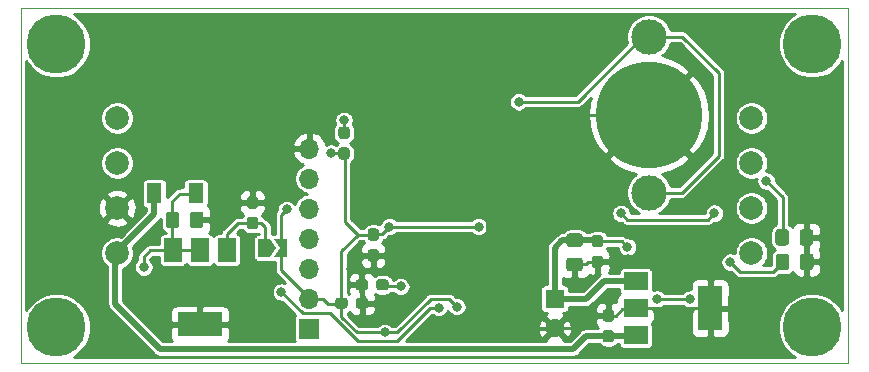
<source format=gbl>
%TF.GenerationSoftware,KiCad,Pcbnew,5.1.8-db9833491~88~ubuntu20.04.1*%
%TF.CreationDate,2021-06-21T07:11:52+02:00*%
%TF.ProjectId,chain-oiler,63686169-6e2d-46f6-996c-65722e6b6963,rev?*%
%TF.SameCoordinates,Original*%
%TF.FileFunction,Copper,L2,Bot*%
%TF.FilePolarity,Positive*%
%FSLAX46Y46*%
G04 Gerber Fmt 4.6, Leading zero omitted, Abs format (unit mm)*
G04 Created by KiCad (PCBNEW 5.1.8-db9833491~88~ubuntu20.04.1) date 2021-06-21 07:11:52*
%MOMM*%
%LPD*%
G01*
G04 APERTURE LIST*
%TA.AperFunction,Profile*%
%ADD10C,0.050000*%
%TD*%
%TA.AperFunction,ComponentPad*%
%ADD11C,3.000000*%
%TD*%
%TA.AperFunction,SMDPad,CuDef*%
%ADD12C,9.000000*%
%TD*%
%TA.AperFunction,SMDPad,CuDef*%
%ADD13C,0.100000*%
%TD*%
%TA.AperFunction,SMDPad,CuDef*%
%ADD14R,2.000000X1.500000*%
%TD*%
%TA.AperFunction,SMDPad,CuDef*%
%ADD15R,2.000000X3.800000*%
%TD*%
%TA.AperFunction,ComponentPad*%
%ADD16O,1.700000X1.700000*%
%TD*%
%TA.AperFunction,ComponentPad*%
%ADD17R,1.700000X1.700000*%
%TD*%
%TA.AperFunction,SMDPad,CuDef*%
%ADD18R,1.300000X1.700000*%
%TD*%
%TA.AperFunction,ComponentPad*%
%ADD19C,2.000000*%
%TD*%
%TA.AperFunction,ComponentPad*%
%ADD20R,1.600000X1.600000*%
%TD*%
%TA.AperFunction,ComponentPad*%
%ADD21C,1.600000*%
%TD*%
%TA.AperFunction,SMDPad,CuDef*%
%ADD22R,3.800000X2.000000*%
%TD*%
%TA.AperFunction,SMDPad,CuDef*%
%ADD23R,1.500000X2.000000*%
%TD*%
%TA.AperFunction,ViaPad*%
%ADD24C,5.000000*%
%TD*%
%TA.AperFunction,ViaPad*%
%ADD25C,0.800000*%
%TD*%
%TA.AperFunction,Conductor*%
%ADD26C,0.250000*%
%TD*%
%TA.AperFunction,Conductor*%
%ADD27C,0.500000*%
%TD*%
%TA.AperFunction,Conductor*%
%ADD28C,0.254000*%
%TD*%
%TA.AperFunction,Conductor*%
%ADD29C,0.100000*%
%TD*%
G04 APERTURE END LIST*
D10*
X100000000Y-100000000D02*
X100000000Y-130000000D01*
X170000000Y-100000000D02*
X100000000Y-100000000D01*
X170000000Y-130000000D02*
X170000000Y-100000000D01*
X100000000Y-130000000D02*
X170000000Y-130000000D01*
%TO.P,R12,2*%
%TO.N,-BATT*%
%TA.AperFunction,SMDPad,CuDef*%
G36*
G01*
X129375000Y-123162500D02*
X129375000Y-123637500D01*
G75*
G02*
X129137500Y-123875000I-237500J0D01*
G01*
X128562500Y-123875000D01*
G75*
G02*
X128325000Y-123637500I0J237500D01*
G01*
X128325000Y-123162500D01*
G75*
G02*
X128562500Y-122925000I237500J0D01*
G01*
X129137500Y-122925000D01*
G75*
G02*
X129375000Y-123162500I0J-237500D01*
G01*
G37*
%TD.AperFunction*%
%TO.P,R12,1*%
%TO.N,Net-(R12-Pad1)*%
%TA.AperFunction,SMDPad,CuDef*%
G36*
G01*
X131125000Y-123162500D02*
X131125000Y-123637500D01*
G75*
G02*
X130887500Y-123875000I-237500J0D01*
G01*
X130312500Y-123875000D01*
G75*
G02*
X130075000Y-123637500I0J237500D01*
G01*
X130075000Y-123162500D01*
G75*
G02*
X130312500Y-122925000I237500J0D01*
G01*
X130887500Y-122925000D01*
G75*
G02*
X131125000Y-123162500I0J-237500D01*
G01*
G37*
%TD.AperFunction*%
%TD*%
D11*
%TO.P,BT1,1*%
%TO.N,Net-(BT1-Pad1)*%
X153175000Y-115600000D03*
X153175000Y-102400000D03*
D12*
%TO.P,BT1,2*%
%TO.N,-BATT*%
X153175000Y-109000000D03*
%TD*%
%TO.P,C12,1*%
%TO.N,+3V3*%
%TA.AperFunction,SMDPad,CuDef*%
G36*
G01*
X126600000Y-125187500D02*
X126600000Y-124712500D01*
G75*
G02*
X126837500Y-124475000I237500J0D01*
G01*
X127412500Y-124475000D01*
G75*
G02*
X127650000Y-124712500I0J-237500D01*
G01*
X127650000Y-125187500D01*
G75*
G02*
X127412500Y-125425000I-237500J0D01*
G01*
X126837500Y-125425000D01*
G75*
G02*
X126600000Y-125187500I0J237500D01*
G01*
G37*
%TD.AperFunction*%
%TO.P,C12,2*%
%TO.N,-BATT*%
%TA.AperFunction,SMDPad,CuDef*%
G36*
G01*
X128350000Y-125187500D02*
X128350000Y-124712500D01*
G75*
G02*
X128587500Y-124475000I237500J0D01*
G01*
X129162500Y-124475000D01*
G75*
G02*
X129400000Y-124712500I0J-237500D01*
G01*
X129400000Y-125187500D01*
G75*
G02*
X129162500Y-125425000I-237500J0D01*
G01*
X128587500Y-125425000D01*
G75*
G02*
X128350000Y-125187500I0J237500D01*
G01*
G37*
%TD.AperFunction*%
%TD*%
%TA.AperFunction,SMDPad,CuDef*%
D13*
%TO.P,JP2,2*%
%TO.N,+3V3*%
G36*
X122550000Y-121025000D02*
G01*
X121400000Y-121025000D01*
X121900000Y-120275000D01*
X121400000Y-119525000D01*
X122550000Y-119525000D01*
X122550000Y-121025000D01*
G37*
%TD.AperFunction*%
%TA.AperFunction,SMDPad,CuDef*%
%TO.P,JP2,1*%
%TO.N,Net-(C4-Pad1)*%
G36*
X121600000Y-120275000D02*
G01*
X121100000Y-121025000D01*
X120100000Y-121025000D01*
X120100000Y-119525000D01*
X121100000Y-119525000D01*
X121600000Y-120275000D01*
G37*
%TD.AperFunction*%
%TD*%
%TO.P,C4,2*%
%TO.N,-BATT*%
%TA.AperFunction,SMDPad,CuDef*%
G36*
G01*
X119837500Y-116950000D02*
X119362500Y-116950000D01*
G75*
G02*
X119125000Y-116712500I0J237500D01*
G01*
X119125000Y-116137500D01*
G75*
G02*
X119362500Y-115900000I237500J0D01*
G01*
X119837500Y-115900000D01*
G75*
G02*
X120075000Y-116137500I0J-237500D01*
G01*
X120075000Y-116712500D01*
G75*
G02*
X119837500Y-116950000I-237500J0D01*
G01*
G37*
%TD.AperFunction*%
%TO.P,C4,1*%
%TO.N,Net-(C4-Pad1)*%
%TA.AperFunction,SMDPad,CuDef*%
G36*
G01*
X119837500Y-118700000D02*
X119362500Y-118700000D01*
G75*
G02*
X119125000Y-118462500I0J237500D01*
G01*
X119125000Y-117887500D01*
G75*
G02*
X119362500Y-117650000I237500J0D01*
G01*
X119837500Y-117650000D01*
G75*
G02*
X120075000Y-117887500I0J-237500D01*
G01*
X120075000Y-118462500D01*
G75*
G02*
X119837500Y-118700000I-237500J0D01*
G01*
G37*
%TD.AperFunction*%
%TD*%
%TO.P,C1,2*%
%TO.N,-BATT*%
%TA.AperFunction,SMDPad,CuDef*%
G36*
G01*
X114300000Y-118350001D02*
X114300000Y-117449999D01*
G75*
G02*
X114549999Y-117200000I249999J0D01*
G01*
X115200001Y-117200000D01*
G75*
G02*
X115450000Y-117449999I0J-249999D01*
G01*
X115450000Y-118350001D01*
G75*
G02*
X115200001Y-118600000I-249999J0D01*
G01*
X114549999Y-118600000D01*
G75*
G02*
X114300000Y-118350001I0J249999D01*
G01*
G37*
%TD.AperFunction*%
%TO.P,C1,1*%
%TO.N,Net-(C1-Pad1)*%
%TA.AperFunction,SMDPad,CuDef*%
G36*
G01*
X112250000Y-118350001D02*
X112250000Y-117449999D01*
G75*
G02*
X112499999Y-117200000I249999J0D01*
G01*
X113150001Y-117200000D01*
G75*
G02*
X113400000Y-117449999I0J-249999D01*
G01*
X113400000Y-118350001D01*
G75*
G02*
X113150001Y-118600000I-249999J0D01*
G01*
X112499999Y-118600000D01*
G75*
G02*
X112250000Y-118350001I0J249999D01*
G01*
G37*
%TD.AperFunction*%
%TD*%
D14*
%TO.P,U4,1*%
%TO.N,+BATT*%
X152050000Y-127675000D03*
%TO.P,U4,3*%
%TO.N,+12V*%
X152050000Y-123075000D03*
%TO.P,U4,2*%
%TO.N,-BATT*%
X152050000Y-125375000D03*
D15*
X158350000Y-125375000D03*
%TD*%
%TO.P,C17,2*%
%TO.N,-BATT*%
%TA.AperFunction,SMDPad,CuDef*%
G36*
G01*
X148562500Y-120925000D02*
X149037500Y-120925000D01*
G75*
G02*
X149275000Y-121162500I0J-237500D01*
G01*
X149275000Y-121737500D01*
G75*
G02*
X149037500Y-121975000I-237500J0D01*
G01*
X148562500Y-121975000D01*
G75*
G02*
X148325000Y-121737500I0J237500D01*
G01*
X148325000Y-121162500D01*
G75*
G02*
X148562500Y-120925000I237500J0D01*
G01*
G37*
%TD.AperFunction*%
%TO.P,C17,1*%
%TO.N,+12V*%
%TA.AperFunction,SMDPad,CuDef*%
G36*
G01*
X148562500Y-119175000D02*
X149037500Y-119175000D01*
G75*
G02*
X149275000Y-119412500I0J-237500D01*
G01*
X149275000Y-119987500D01*
G75*
G02*
X149037500Y-120225000I-237500J0D01*
G01*
X148562500Y-120225000D01*
G75*
G02*
X148325000Y-119987500I0J237500D01*
G01*
X148325000Y-119412500D01*
G75*
G02*
X148562500Y-119175000I237500J0D01*
G01*
G37*
%TD.AperFunction*%
%TD*%
%TO.P,C16,2*%
%TO.N,-BATT*%
%TA.AperFunction,SMDPad,CuDef*%
G36*
G01*
X146424999Y-121100000D02*
X147325001Y-121100000D01*
G75*
G02*
X147575000Y-121349999I0J-249999D01*
G01*
X147575000Y-122000001D01*
G75*
G02*
X147325001Y-122250000I-249999J0D01*
G01*
X146424999Y-122250000D01*
G75*
G02*
X146175000Y-122000001I0J249999D01*
G01*
X146175000Y-121349999D01*
G75*
G02*
X146424999Y-121100000I249999J0D01*
G01*
G37*
%TD.AperFunction*%
%TO.P,C16,1*%
%TO.N,+12V*%
%TA.AperFunction,SMDPad,CuDef*%
G36*
G01*
X146424999Y-119050000D02*
X147325001Y-119050000D01*
G75*
G02*
X147575000Y-119299999I0J-249999D01*
G01*
X147575000Y-119950001D01*
G75*
G02*
X147325001Y-120200000I-249999J0D01*
G01*
X146424999Y-120200000D01*
G75*
G02*
X146175000Y-119950001I0J249999D01*
G01*
X146175000Y-119299999D01*
G75*
G02*
X146424999Y-119050000I249999J0D01*
G01*
G37*
%TD.AperFunction*%
%TD*%
D16*
%TO.P,J4,7*%
%TO.N,-BATT*%
X124400000Y-111860000D03*
%TO.P,J4,6*%
%TO.N,SWDIO*%
X124400000Y-114400000D03*
%TO.P,J4,5*%
%TO.N,SWCLK*%
X124400000Y-116940000D03*
%TO.P,J4,4*%
%TO.N,SWO*%
X124400000Y-119480000D03*
%TO.P,J4,3*%
%TO.N,nRST*%
X124400000Y-122020000D03*
%TO.P,J4,2*%
%TO.N,+3V3*%
X124400000Y-124560000D03*
D17*
%TO.P,J4,1*%
%TO.N,+5V*%
X124400000Y-127100000D03*
%TD*%
D18*
%TO.P,D1,2*%
%TO.N,+BATT*%
X111300000Y-115650000D03*
%TO.P,D1,1*%
%TO.N,Net-(C1-Pad1)*%
X114800000Y-115650000D03*
%TD*%
D19*
%TO.P,J1,4*%
%TO.N,+BATT*%
X108150000Y-120715000D03*
%TO.P,J1,3*%
%TO.N,-BATT*%
X108150000Y-116905000D03*
%TO.P,J1,2*%
%TO.N,INPUT2*%
X108150000Y-113095000D03*
%TO.P,J1,1*%
%TO.N,INPUT1*%
X108150000Y-109285000D03*
%TD*%
%TO.P,J2,1*%
%TO.N,Net-(J2-Pad1)*%
X161850000Y-120715000D03*
%TO.P,J2,2*%
%TO.N,Net-(J2-Pad2)*%
X161850000Y-116905000D03*
%TO.P,J2,3*%
%TO.N,Net-(J2-Pad3)*%
X161850000Y-113095000D03*
%TO.P,J2,4*%
%TO.N,Net-(J2-Pad4)*%
X161850000Y-109285000D03*
%TD*%
%TO.P,R2,2*%
%TO.N,Net-(R2-Pad2)*%
%TA.AperFunction,SMDPad,CuDef*%
G36*
G01*
X127587500Y-111050000D02*
X127112500Y-111050000D01*
G75*
G02*
X126875000Y-110812500I0J237500D01*
G01*
X126875000Y-110237500D01*
G75*
G02*
X127112500Y-110000000I237500J0D01*
G01*
X127587500Y-110000000D01*
G75*
G02*
X127825000Y-110237500I0J-237500D01*
G01*
X127825000Y-110812500D01*
G75*
G02*
X127587500Y-111050000I-237500J0D01*
G01*
G37*
%TD.AperFunction*%
%TO.P,R2,1*%
%TO.N,+3V3*%
%TA.AperFunction,SMDPad,CuDef*%
G36*
G01*
X127587500Y-112800000D02*
X127112500Y-112800000D01*
G75*
G02*
X126875000Y-112562500I0J237500D01*
G01*
X126875000Y-111987500D01*
G75*
G02*
X127112500Y-111750000I237500J0D01*
G01*
X127587500Y-111750000D01*
G75*
G02*
X127825000Y-111987500I0J-237500D01*
G01*
X127825000Y-112562500D01*
G75*
G02*
X127587500Y-112800000I-237500J0D01*
G01*
G37*
%TD.AperFunction*%
%TD*%
%TO.P,R4,1*%
%TO.N,-BATT*%
%TA.AperFunction,SMDPad,CuDef*%
G36*
G01*
X167100000Y-120999999D02*
X167100000Y-121900001D01*
G75*
G02*
X166850001Y-122150000I-249999J0D01*
G01*
X166199999Y-122150000D01*
G75*
G02*
X165950000Y-121900001I0J249999D01*
G01*
X165950000Y-120999999D01*
G75*
G02*
X166199999Y-120750000I249999J0D01*
G01*
X166850001Y-120750000D01*
G75*
G02*
X167100000Y-120999999I0J-249999D01*
G01*
G37*
%TD.AperFunction*%
%TO.P,R4,2*%
%TO.N,Net-(R4-Pad2)*%
%TA.AperFunction,SMDPad,CuDef*%
G36*
G01*
X165050000Y-120999999D02*
X165050000Y-121900001D01*
G75*
G02*
X164800001Y-122150000I-249999J0D01*
G01*
X164149999Y-122150000D01*
G75*
G02*
X163900000Y-121900001I0J249999D01*
G01*
X163900000Y-120999999D01*
G75*
G02*
X164149999Y-120750000I249999J0D01*
G01*
X164800001Y-120750000D01*
G75*
G02*
X165050000Y-120999999I0J-249999D01*
G01*
G37*
%TD.AperFunction*%
%TD*%
%TO.P,R5,2*%
%TO.N,Net-(R5-Pad2)*%
%TA.AperFunction,SMDPad,CuDef*%
G36*
G01*
X165025000Y-118924999D02*
X165025000Y-119825001D01*
G75*
G02*
X164775001Y-120075000I-249999J0D01*
G01*
X164124999Y-120075000D01*
G75*
G02*
X163875000Y-119825001I0J249999D01*
G01*
X163875000Y-118924999D01*
G75*
G02*
X164124999Y-118675000I249999J0D01*
G01*
X164775001Y-118675000D01*
G75*
G02*
X165025000Y-118924999I0J-249999D01*
G01*
G37*
%TD.AperFunction*%
%TO.P,R5,1*%
%TO.N,-BATT*%
%TA.AperFunction,SMDPad,CuDef*%
G36*
G01*
X167075000Y-118924999D02*
X167075000Y-119825001D01*
G75*
G02*
X166825001Y-120075000I-249999J0D01*
G01*
X166174999Y-120075000D01*
G75*
G02*
X165925000Y-119825001I0J249999D01*
G01*
X165925000Y-118924999D01*
G75*
G02*
X166174999Y-118675000I249999J0D01*
G01*
X166825001Y-118675000D01*
G75*
G02*
X167075000Y-118924999I0J-249999D01*
G01*
G37*
%TD.AperFunction*%
%TD*%
%TO.P,C8,2*%
%TO.N,-BATT*%
%TA.AperFunction,SMDPad,CuDef*%
G36*
G01*
X149962500Y-126525000D02*
X149487500Y-126525000D01*
G75*
G02*
X149250000Y-126287500I0J237500D01*
G01*
X149250000Y-125712500D01*
G75*
G02*
X149487500Y-125475000I237500J0D01*
G01*
X149962500Y-125475000D01*
G75*
G02*
X150200000Y-125712500I0J-237500D01*
G01*
X150200000Y-126287500D01*
G75*
G02*
X149962500Y-126525000I-237500J0D01*
G01*
G37*
%TD.AperFunction*%
%TO.P,C8,1*%
%TO.N,+BATT*%
%TA.AperFunction,SMDPad,CuDef*%
G36*
G01*
X149962500Y-128275000D02*
X149487500Y-128275000D01*
G75*
G02*
X149250000Y-128037500I0J237500D01*
G01*
X149250000Y-127462500D01*
G75*
G02*
X149487500Y-127225000I237500J0D01*
G01*
X149962500Y-127225000D01*
G75*
G02*
X150200000Y-127462500I0J-237500D01*
G01*
X150200000Y-128037500D01*
G75*
G02*
X149962500Y-128275000I-237500J0D01*
G01*
G37*
%TD.AperFunction*%
%TD*%
D20*
%TO.P,C9,1*%
%TO.N,+12V*%
X145200000Y-124575000D03*
D21*
%TO.P,C9,2*%
%TO.N,-BATT*%
X145200000Y-127075000D03*
%TD*%
%TO.P,C14,2*%
%TO.N,-BATT*%
%TA.AperFunction,SMDPad,CuDef*%
G36*
G01*
X129587500Y-120375000D02*
X130062500Y-120375000D01*
G75*
G02*
X130300000Y-120612500I0J-237500D01*
G01*
X130300000Y-121187500D01*
G75*
G02*
X130062500Y-121425000I-237500J0D01*
G01*
X129587500Y-121425000D01*
G75*
G02*
X129350000Y-121187500I0J237500D01*
G01*
X129350000Y-120612500D01*
G75*
G02*
X129587500Y-120375000I237500J0D01*
G01*
G37*
%TD.AperFunction*%
%TO.P,C14,1*%
%TO.N,+3V3*%
%TA.AperFunction,SMDPad,CuDef*%
G36*
G01*
X129587500Y-118625000D02*
X130062500Y-118625000D01*
G75*
G02*
X130300000Y-118862500I0J-237500D01*
G01*
X130300000Y-119437500D01*
G75*
G02*
X130062500Y-119675000I-237500J0D01*
G01*
X129587500Y-119675000D01*
G75*
G02*
X129350000Y-119437500I0J237500D01*
G01*
X129350000Y-118862500D01*
G75*
G02*
X129587500Y-118625000I237500J0D01*
G01*
G37*
%TD.AperFunction*%
%TD*%
D22*
%TO.P,U3,4*%
%TO.N,-BATT*%
X115150000Y-126750000D03*
D23*
%TO.P,U3,2*%
%TO.N,Net-(C1-Pad1)*%
X115150000Y-120450000D03*
%TO.P,U3,3*%
%TO.N,Net-(C4-Pad1)*%
X117450000Y-120450000D03*
%TO.P,U3,1*%
%TO.N,Net-(C1-Pad1)*%
X112850000Y-120450000D03*
%TD*%
D24*
%TO.N,*%
X103000000Y-103000000D03*
X103000000Y-127000000D03*
X167000000Y-127000000D03*
X167000000Y-103000000D03*
D25*
%TO.N,Net-(BT1-Pad1)*%
X142150000Y-107900000D03*
%TO.N,-BATT*%
X155500000Y-116900000D03*
X156500000Y-116900000D03*
X157500000Y-116900000D03*
X154000000Y-127000000D03*
X156000000Y-127000000D03*
X155000000Y-128000000D03*
X155000000Y-126000000D03*
X136300000Y-116700000D03*
X141000000Y-127000000D03*
X133000000Y-121000000D03*
X135000000Y-121000000D03*
X137000000Y-121000000D03*
X137000000Y-123000000D03*
X135000000Y-123000000D03*
X133000000Y-123000000D03*
X133000000Y-125000000D03*
X124000000Y-102000000D03*
X124000000Y-104000000D03*
X124000000Y-108000000D03*
X143000000Y-114000000D03*
X143000000Y-117000000D03*
X141000000Y-117000000D03*
X133000000Y-102000000D03*
X135000000Y-102000000D03*
X137000000Y-102000000D03*
X133000000Y-104000000D03*
X135000000Y-104000000D03*
X137000000Y-104000000D03*
X133000000Y-106000000D03*
X135000000Y-106000000D03*
X137000000Y-106000000D03*
X133000000Y-108000000D03*
X135000000Y-108000000D03*
X137000000Y-108000000D03*
X135000000Y-110000000D03*
X135000000Y-112000000D03*
X133000000Y-110000000D03*
X137000000Y-110000000D03*
X133000000Y-112000000D03*
X137000000Y-112000000D03*
X115000000Y-122475002D03*
X117350000Y-116550000D03*
X127950000Y-122050000D03*
X118100000Y-109125000D03*
X151375000Y-121250000D03*
X143525000Y-123900000D03*
X140950000Y-122275000D03*
X142400000Y-109625000D03*
X146950000Y-100900000D03*
X146450000Y-105550000D03*
%TO.N,+12V*%
X151350000Y-120200002D03*
%TO.N,+3V3*%
X131200000Y-118475000D03*
X130800000Y-127425000D03*
X126250000Y-112250000D03*
X122499985Y-117000000D03*
X138750002Y-118475000D03*
X136900000Y-125250000D03*
%TO.N,nRST*%
X122050000Y-124000000D03*
X135372572Y-125325009D03*
%TO.N,Net-(R2-Pad2)*%
X127350000Y-109475002D03*
%TO.N,Net-(R4-Pad2)*%
X160050000Y-121475000D03*
%TO.N,Net-(R5-Pad2)*%
X163100000Y-114600000D03*
%TO.N,Net-(C1-Pad1)*%
X110400000Y-121900000D03*
%TO.N,nFAULT*%
X150800000Y-117350000D03*
X158700000Y-117325000D03*
%TO.N,nSLEEP*%
X153850000Y-124600000D03*
X156675000Y-124600000D03*
%TO.N,Net-(R12-Pad1)*%
X132156337Y-123536876D03*
%TD*%
D26*
%TO.N,Net-(BT1-Pad1)*%
X152608998Y-102425000D02*
X153100000Y-102425000D01*
X147133998Y-107900000D02*
X152608998Y-102425000D01*
X142150000Y-107900000D02*
X147133998Y-107900000D01*
X155925000Y-115600000D02*
X153175000Y-115600000D01*
X159075000Y-105475000D02*
X159075000Y-112450000D01*
X156000000Y-102400000D02*
X159075000Y-105475000D01*
X159075000Y-112450000D02*
X155925000Y-115600000D01*
X153175000Y-102400000D02*
X156000000Y-102400000D01*
%TO.N,-BATT*%
X115000000Y-126900000D02*
X115000000Y-122725000D01*
X115000000Y-122725000D02*
X115000000Y-122475002D01*
X117350000Y-116550000D02*
X116050000Y-117850000D01*
X116050000Y-117850000D02*
X114925000Y-117850000D01*
X114925000Y-117850000D02*
X114875000Y-117900000D01*
X117350000Y-116550000D02*
X119575000Y-116550000D01*
X129100000Y-120900000D02*
X127950000Y-122050000D01*
X129825000Y-120900000D02*
X129100000Y-120900000D01*
X120835000Y-111860000D02*
X118100000Y-109125000D01*
X124400000Y-111860000D02*
X120835000Y-111860000D01*
X149725000Y-126000000D02*
X150350000Y-126000000D01*
X150350000Y-126000000D02*
X150925000Y-125425000D01*
X150925000Y-125425000D02*
X152075000Y-125425000D01*
X145200000Y-127075000D02*
X146600000Y-127075000D01*
X146600000Y-127075000D02*
X147675000Y-126000000D01*
X147675000Y-126000000D02*
X149725000Y-126000000D01*
X142575000Y-123900000D02*
X140950000Y-122275000D01*
X143525000Y-123900000D02*
X142575000Y-123900000D01*
X158350000Y-125375000D02*
X164150000Y-125375000D01*
X164150000Y-125375000D02*
X166600000Y-122925000D01*
X166600000Y-122925000D02*
X166600000Y-119375000D01*
X166600000Y-119375000D02*
X166550000Y-119325000D01*
X152100000Y-125400000D02*
X152075000Y-125425000D01*
X146875000Y-121675000D02*
X147825000Y-121675000D01*
X147825000Y-121675000D02*
X148025000Y-121475000D01*
X148025000Y-121475000D02*
X148800000Y-121475000D01*
X148800000Y-121450000D02*
X150025000Y-121450000D01*
X150225000Y-121250000D02*
X151375000Y-121250000D01*
X150025000Y-121450000D02*
X150225000Y-121250000D01*
X143025000Y-109000000D02*
X142400000Y-109625000D01*
X153175000Y-109000000D02*
X143025000Y-109000000D01*
X133000000Y-102000000D02*
X135000000Y-102000000D01*
X135000000Y-102000000D02*
X137000000Y-102000000D01*
X137000000Y-102000000D02*
X137000000Y-104000000D01*
X137000000Y-104000000D02*
X135000000Y-104000000D01*
X135000000Y-104000000D02*
X133000000Y-104000000D01*
X133000000Y-104000000D02*
X133000000Y-106000000D01*
X133000000Y-106000000D02*
X135000000Y-106000000D01*
X135000000Y-106000000D02*
X137000000Y-106000000D01*
X137000000Y-106000000D02*
X137000000Y-108000000D01*
X137000000Y-108000000D02*
X135000000Y-108000000D01*
X135000000Y-108000000D02*
X133000000Y-108000000D01*
X133000000Y-108000000D02*
X133000000Y-110000000D01*
X133000000Y-110000000D02*
X135000000Y-110000000D01*
X135000000Y-110000000D02*
X137000000Y-110000000D01*
X137000000Y-110000000D02*
X137000000Y-112000000D01*
X137000000Y-112000000D02*
X134825000Y-112000000D01*
X134825000Y-112000000D02*
X133000000Y-112000000D01*
X124400000Y-111860000D02*
X124400000Y-109250000D01*
X125650000Y-108000000D02*
X133000000Y-108000000D01*
X124400000Y-109250000D02*
X125650000Y-108000000D01*
X139475003Y-114475003D02*
X137000000Y-112000000D01*
X139550006Y-117000000D02*
X139475003Y-117075003D01*
X141000000Y-117000000D02*
X139550006Y-117000000D01*
X139475003Y-118823001D02*
X139475003Y-117075003D01*
X133000000Y-121000000D02*
X135000000Y-121000000D01*
X135000000Y-121000000D02*
X137000000Y-121000000D01*
X137000000Y-121000000D02*
X137000000Y-123000000D01*
X137000000Y-123000000D02*
X135000000Y-123000000D01*
X135000000Y-123000000D02*
X133000000Y-123000000D01*
X133000000Y-123000000D02*
X133000000Y-125000000D01*
X137000000Y-121000000D02*
X138150000Y-121000000D01*
X139475003Y-119674997D02*
X139475003Y-118823001D01*
X138150000Y-121000000D02*
X139475003Y-119674997D01*
X124000000Y-108000000D02*
X124000000Y-104000000D01*
X124000000Y-104000000D02*
X124000000Y-102000000D01*
X132900000Y-120900000D02*
X133000000Y-121000000D01*
X129825000Y-120900000D02*
X132900000Y-120900000D01*
X132950000Y-124950000D02*
X133000000Y-125000000D01*
X128875000Y-124950000D02*
X132950000Y-124950000D01*
X141000000Y-127000000D02*
X142500000Y-127000000D01*
X142500000Y-127000000D02*
X142600000Y-127100000D01*
X142600000Y-127100000D02*
X145200000Y-127100000D01*
X139450006Y-116700000D02*
X139475003Y-116724997D01*
X136300000Y-116700000D02*
X139450006Y-116700000D01*
X139475003Y-116724997D02*
X139475003Y-114475003D01*
X139475003Y-117075003D02*
X139475003Y-116724997D01*
X154375000Y-125375000D02*
X155000000Y-126000000D01*
X152050000Y-125375000D02*
X154375000Y-125375000D01*
X155625000Y-125375000D02*
X155000000Y-126000000D01*
X158350000Y-125375000D02*
X155625000Y-125375000D01*
X128850000Y-123500000D02*
X128850000Y-124950000D01*
X143525000Y-127050000D02*
X145225000Y-127050000D01*
X143525000Y-123900000D02*
X143525000Y-127050000D01*
X124400000Y-109250000D02*
X124399999Y-108399999D01*
X124399999Y-108399999D02*
X124000000Y-108000000D01*
D27*
%TO.N,+12V*%
X145200000Y-124575000D02*
X147875000Y-124575000D01*
X147875000Y-124575000D02*
X149400000Y-123050000D01*
X149400000Y-123050000D02*
X152050000Y-123050000D01*
X145200000Y-124575000D02*
X145200000Y-120250000D01*
X145200000Y-120250000D02*
X145825000Y-119625000D01*
X145825000Y-119625000D02*
X146875000Y-119625000D01*
X146875000Y-119625000D02*
X148725000Y-119625000D01*
X148725000Y-119625000D02*
X148800000Y-119700000D01*
D26*
X148800000Y-119700000D02*
X150849998Y-119700000D01*
X150849998Y-119700000D02*
X151350000Y-120200002D01*
%TO.N,+3V3*%
X124400000Y-124560000D02*
X125560000Y-124560000D01*
X125560000Y-124560000D02*
X126000000Y-125000000D01*
X126000000Y-125000000D02*
X127125000Y-125000000D01*
X127125000Y-124950000D02*
X127125000Y-120950000D01*
X130575000Y-119100000D02*
X131200000Y-118475000D01*
X129850000Y-119100000D02*
X130575000Y-119100000D01*
X127125000Y-120950000D02*
X127125000Y-120550000D01*
X127125000Y-120550000D02*
X128500000Y-119175000D01*
X128500000Y-119175000D02*
X129800000Y-119175000D01*
X128500000Y-119175000D02*
X128500000Y-119150000D01*
X127400000Y-118050000D02*
X127400000Y-115825000D01*
X128500000Y-119150000D02*
X127400000Y-118050000D01*
X127400000Y-115825000D02*
X127400000Y-112250000D01*
X126275000Y-112275000D02*
X126250000Y-112250000D01*
X127350000Y-112275000D02*
X126275000Y-112275000D01*
X127125000Y-126138590D02*
X128411410Y-127425000D01*
X128411410Y-127425000D02*
X130800000Y-127425000D01*
X127125000Y-124950000D02*
X127125000Y-126138590D01*
X122050000Y-120275000D02*
X122050000Y-122150000D01*
X122050000Y-122150000D02*
X124425000Y-124525000D01*
X122050000Y-117449985D02*
X122499985Y-117000000D01*
X122050000Y-120275000D02*
X122050000Y-117449985D01*
X131200000Y-118475000D02*
X138750002Y-118475000D01*
X134700001Y-124599999D02*
X136249999Y-124599999D01*
X130800000Y-127425000D02*
X131875000Y-127425000D01*
X136249999Y-124599999D02*
X136900000Y-125250000D01*
X131875000Y-127425000D02*
X134700001Y-124599999D01*
D27*
%TO.N,+BATT*%
X108000000Y-120715000D02*
X111300000Y-117415000D01*
X111300000Y-117415000D02*
X111300000Y-115750000D01*
X108000000Y-120715000D02*
X108000000Y-125050000D01*
X111775011Y-128825011D02*
X142400011Y-128825011D01*
X108000000Y-125050000D02*
X111775011Y-128825011D01*
X142400011Y-128825011D02*
X146724989Y-128825011D01*
X146724989Y-128825011D02*
X147825000Y-127725000D01*
X147825000Y-127725000D02*
X149750000Y-127725000D01*
X149750000Y-127725000D02*
X152025000Y-127725000D01*
X152025000Y-127725000D02*
X152050000Y-127700000D01*
D26*
%TO.N,nRST*%
X134649991Y-125325009D02*
X135372572Y-125325009D01*
X131824999Y-128150001D02*
X134649991Y-125325009D01*
X128500001Y-128150001D02*
X131824999Y-128150001D01*
X126150000Y-125800000D02*
X128500001Y-128150001D01*
X123850000Y-125800000D02*
X126150000Y-125800000D01*
X122050000Y-124000000D02*
X123850000Y-125800000D01*
%TO.N,Net-(C4-Pad1)*%
X117450000Y-120450000D02*
X117450000Y-119075000D01*
X117450000Y-119075000D02*
X118150000Y-118375000D01*
X118150000Y-118375000D02*
X118300000Y-118225000D01*
X118300000Y-118225000D02*
X118350000Y-118175000D01*
X118350000Y-118175000D02*
X119600000Y-118175000D01*
X120675000Y-118525000D02*
X120675000Y-120250000D01*
X120350000Y-118200000D02*
X120675000Y-118525000D01*
X119725000Y-118200000D02*
X120350000Y-118200000D01*
X119600000Y-118325000D02*
X119725000Y-118200000D01*
%TO.N,Net-(R2-Pad2)*%
X127350000Y-110525000D02*
X127350000Y-109475002D01*
%TO.N,Net-(R4-Pad2)*%
X163675000Y-122275000D02*
X160850000Y-122275000D01*
X164500000Y-121450000D02*
X163675000Y-122275000D01*
X160850000Y-122275000D02*
X160050000Y-121475000D01*
%TO.N,Net-(R5-Pad2)*%
X163100000Y-114600000D02*
X164500000Y-116000000D01*
X164500000Y-116000000D02*
X164500000Y-119425000D01*
%TO.N,Net-(C1-Pad1)*%
X112825000Y-117900000D02*
X112825000Y-116325000D01*
X112825000Y-116325000D02*
X113450000Y-115700000D01*
X113450000Y-115700000D02*
X114800000Y-115700000D01*
X114800000Y-115700000D02*
X114850000Y-115650000D01*
X112825000Y-117900000D02*
X112825000Y-120325000D01*
X112825000Y-120325000D02*
X112850000Y-120350000D01*
X112850000Y-120350000D02*
X112900000Y-120400000D01*
X110400000Y-121900000D02*
X110400000Y-121000000D01*
X110400000Y-121000000D02*
X110950000Y-120450000D01*
X110950000Y-120450000D02*
X112850000Y-120450000D01*
X112850000Y-120450000D02*
X115125000Y-120450000D01*
%TO.N,nFAULT*%
X158125000Y-117900000D02*
X158700000Y-117325000D01*
X151350000Y-117900000D02*
X158125000Y-117900000D01*
X150800000Y-117350000D02*
X151350000Y-117900000D01*
%TO.N,nSLEEP*%
X153850000Y-124600000D02*
X156675000Y-124600000D01*
%TO.N,Net-(R12-Pad1)*%
X132156337Y-123536876D02*
X130636876Y-123536876D01*
X130636876Y-123536876D02*
X130600000Y-123500000D01*
%TD*%
D28*
%TO.N,-BATT*%
X165134146Y-100726450D02*
X164726450Y-101134146D01*
X164406126Y-101613545D01*
X164185482Y-102146225D01*
X164073000Y-102711716D01*
X164073000Y-103288284D01*
X164185482Y-103853775D01*
X164406126Y-104386455D01*
X164726450Y-104865854D01*
X165134146Y-105273550D01*
X165613545Y-105593874D01*
X166146225Y-105814518D01*
X166711716Y-105927000D01*
X167288284Y-105927000D01*
X167853775Y-105814518D01*
X168386455Y-105593874D01*
X168865854Y-105273550D01*
X169273550Y-104865854D01*
X169548001Y-104455109D01*
X169548000Y-125544890D01*
X169273550Y-125134146D01*
X168865854Y-124726450D01*
X168386455Y-124406126D01*
X167853775Y-124185482D01*
X167288284Y-124073000D01*
X166711716Y-124073000D01*
X166146225Y-124185482D01*
X165613545Y-124406126D01*
X165134146Y-124726450D01*
X164726450Y-125134146D01*
X164406126Y-125613545D01*
X164185482Y-126146225D01*
X164073000Y-126711716D01*
X164073000Y-127288284D01*
X164185482Y-127853775D01*
X164406126Y-128386455D01*
X164726450Y-128865854D01*
X165134146Y-129273550D01*
X165544890Y-129548000D01*
X104455110Y-129548000D01*
X104865854Y-129273550D01*
X105273550Y-128865854D01*
X105593874Y-128386455D01*
X105814518Y-127853775D01*
X105927000Y-127288284D01*
X105927000Y-126711716D01*
X105814518Y-126146225D01*
X105593874Y-125613545D01*
X105273550Y-125134146D01*
X104865854Y-124726450D01*
X104386455Y-124406126D01*
X103853775Y-124185482D01*
X103288284Y-124073000D01*
X102711716Y-124073000D01*
X102146225Y-124185482D01*
X101613545Y-124406126D01*
X101134146Y-124726450D01*
X100726450Y-125134146D01*
X100452000Y-125544890D01*
X100452000Y-120574453D01*
X106723000Y-120574453D01*
X106723000Y-120855547D01*
X106777838Y-121131241D01*
X106885409Y-121390938D01*
X107041576Y-121624660D01*
X107240340Y-121823424D01*
X107323000Y-121878655D01*
X107323001Y-125016745D01*
X107319726Y-125050000D01*
X107332796Y-125182714D01*
X107371508Y-125310329D01*
X107434372Y-125427940D01*
X107497776Y-125505198D01*
X107497779Y-125505201D01*
X107518974Y-125531027D01*
X107544800Y-125552222D01*
X111272789Y-129280212D01*
X111293984Y-129306038D01*
X111319810Y-129327233D01*
X111319812Y-129327235D01*
X111397070Y-129390639D01*
X111514681Y-129453503D01*
X111642296Y-129492215D01*
X111775011Y-129505286D01*
X111808263Y-129502011D01*
X146691744Y-129502011D01*
X146724989Y-129505285D01*
X146758234Y-129502011D01*
X146758241Y-129502011D01*
X146857704Y-129492215D01*
X146985319Y-129453503D01*
X147102930Y-129390639D01*
X147206016Y-129306038D01*
X147227215Y-129280207D01*
X148105422Y-128402000D01*
X148930158Y-128402000D01*
X148933271Y-128407824D01*
X149016167Y-128508833D01*
X149117176Y-128591729D01*
X149232416Y-128653327D01*
X149357459Y-128691258D01*
X149487500Y-128704066D01*
X149962500Y-128704066D01*
X150092541Y-128691258D01*
X150217584Y-128653327D01*
X150332824Y-128591729D01*
X150433833Y-128508833D01*
X150516729Y-128407824D01*
X150519842Y-128402000D01*
X150620934Y-128402000D01*
X150620934Y-128425000D01*
X150629178Y-128508707D01*
X150653595Y-128589196D01*
X150693245Y-128663376D01*
X150746605Y-128728395D01*
X150811624Y-128781755D01*
X150885804Y-128821405D01*
X150966293Y-128845822D01*
X151050000Y-128854066D01*
X153050000Y-128854066D01*
X153133707Y-128845822D01*
X153214196Y-128821405D01*
X153288376Y-128781755D01*
X153353395Y-128728395D01*
X153406755Y-128663376D01*
X153446405Y-128589196D01*
X153470822Y-128508707D01*
X153479066Y-128425000D01*
X153479066Y-126925000D01*
X153470822Y-126841293D01*
X153446405Y-126760804D01*
X153406755Y-126686624D01*
X153388332Y-126664176D01*
X153404494Y-126655537D01*
X153501185Y-126576185D01*
X153580537Y-126479494D01*
X153639502Y-126369180D01*
X153675812Y-126249482D01*
X153688072Y-126125000D01*
X153685000Y-125660750D01*
X153526252Y-125502002D01*
X153685000Y-125502002D01*
X153685000Y-125410381D01*
X153768548Y-125427000D01*
X153931452Y-125427000D01*
X154091227Y-125395218D01*
X154241731Y-125332877D01*
X154377181Y-125242372D01*
X154467553Y-125152000D01*
X156057447Y-125152000D01*
X156147819Y-125242372D01*
X156283269Y-125332877D01*
X156433773Y-125395218D01*
X156593548Y-125427000D01*
X156715000Y-125427000D01*
X156715000Y-125502002D01*
X156873748Y-125502002D01*
X156715000Y-125660750D01*
X156711928Y-127275000D01*
X156724188Y-127399482D01*
X156760498Y-127519180D01*
X156819463Y-127629494D01*
X156898815Y-127726185D01*
X156995506Y-127805537D01*
X157105820Y-127864502D01*
X157225518Y-127900812D01*
X157350000Y-127913072D01*
X158064250Y-127910000D01*
X158223000Y-127751250D01*
X158223000Y-125502000D01*
X158477000Y-125502000D01*
X158477000Y-127751250D01*
X158635750Y-127910000D01*
X159350000Y-127913072D01*
X159474482Y-127900812D01*
X159594180Y-127864502D01*
X159704494Y-127805537D01*
X159801185Y-127726185D01*
X159880537Y-127629494D01*
X159939502Y-127519180D01*
X159975812Y-127399482D01*
X159988072Y-127275000D01*
X159985000Y-125660750D01*
X159826250Y-125502000D01*
X158477000Y-125502000D01*
X158223000Y-125502000D01*
X158203000Y-125502000D01*
X158203000Y-125248000D01*
X158223000Y-125248000D01*
X158223000Y-122998750D01*
X158477000Y-122998750D01*
X158477000Y-125248000D01*
X159826250Y-125248000D01*
X159985000Y-125089250D01*
X159988072Y-123475000D01*
X159975812Y-123350518D01*
X159939502Y-123230820D01*
X159880537Y-123120506D01*
X159801185Y-123023815D01*
X159704494Y-122944463D01*
X159594180Y-122885498D01*
X159474482Y-122849188D01*
X159350000Y-122836928D01*
X158635750Y-122840000D01*
X158477000Y-122998750D01*
X158223000Y-122998750D01*
X158064250Y-122840000D01*
X157350000Y-122836928D01*
X157225518Y-122849188D01*
X157105820Y-122885498D01*
X156995506Y-122944463D01*
X156898815Y-123023815D01*
X156819463Y-123120506D01*
X156760498Y-123230820D01*
X156724188Y-123350518D01*
X156711928Y-123475000D01*
X156712495Y-123773000D01*
X156593548Y-123773000D01*
X156433773Y-123804782D01*
X156283269Y-123867123D01*
X156147819Y-123957628D01*
X156057447Y-124048000D01*
X154467553Y-124048000D01*
X154377181Y-123957628D01*
X154241731Y-123867123D01*
X154091227Y-123804782D01*
X153931452Y-123773000D01*
X153768548Y-123773000D01*
X153608773Y-123804782D01*
X153475626Y-123859934D01*
X153479066Y-123825000D01*
X153479066Y-122325000D01*
X153470822Y-122241293D01*
X153446405Y-122160804D01*
X153406755Y-122086624D01*
X153353395Y-122021605D01*
X153288376Y-121968245D01*
X153214196Y-121928595D01*
X153133707Y-121904178D01*
X153050000Y-121895934D01*
X151050000Y-121895934D01*
X150966293Y-121904178D01*
X150885804Y-121928595D01*
X150811624Y-121968245D01*
X150746605Y-122021605D01*
X150693245Y-122086624D01*
X150653595Y-122160804D01*
X150629178Y-122241293D01*
X150620934Y-122325000D01*
X150620934Y-122373000D01*
X149769833Y-122373000D01*
X149805537Y-122329494D01*
X149864502Y-122219180D01*
X149900812Y-122099482D01*
X149913072Y-121975000D01*
X149910000Y-121735750D01*
X149751250Y-121577000D01*
X148927000Y-121577000D01*
X148927000Y-122451250D01*
X148988040Y-122512290D01*
X148918973Y-122568973D01*
X148897778Y-122594799D01*
X147594578Y-123898000D01*
X146429066Y-123898000D01*
X146429066Y-123775000D01*
X146420822Y-123691293D01*
X146396405Y-123610804D01*
X146356755Y-123536624D01*
X146303395Y-123471605D01*
X146238376Y-123418245D01*
X146164196Y-123378595D01*
X146083707Y-123354178D01*
X146000000Y-123345934D01*
X145877000Y-123345934D01*
X145877000Y-122810734D01*
X145930820Y-122839502D01*
X146050518Y-122875812D01*
X146175000Y-122888072D01*
X146589250Y-122885000D01*
X146748000Y-122726250D01*
X146748000Y-121802000D01*
X146728000Y-121802000D01*
X146728000Y-121548000D01*
X146748000Y-121548000D01*
X146748000Y-121528000D01*
X147002000Y-121528000D01*
X147002000Y-121548000D01*
X147022000Y-121548000D01*
X147022000Y-121802000D01*
X147002000Y-121802000D01*
X147002000Y-122726250D01*
X147160750Y-122885000D01*
X147575000Y-122888072D01*
X147699482Y-122875812D01*
X147819180Y-122839502D01*
X147929494Y-122780537D01*
X148026185Y-122701185D01*
X148105537Y-122604494D01*
X148120482Y-122576533D01*
X148200518Y-122600812D01*
X148325000Y-122613072D01*
X148514250Y-122610000D01*
X148673000Y-122451250D01*
X148673000Y-121577000D01*
X148653000Y-121577000D01*
X148653000Y-121393548D01*
X159223000Y-121393548D01*
X159223000Y-121556452D01*
X159254782Y-121716227D01*
X159317123Y-121866731D01*
X159407628Y-122002181D01*
X159522819Y-122117372D01*
X159658269Y-122207877D01*
X159808773Y-122270218D01*
X159968548Y-122302000D01*
X160096355Y-122302000D01*
X160440508Y-122646154D01*
X160457789Y-122667211D01*
X160478845Y-122684491D01*
X160478846Y-122684492D01*
X160541842Y-122736191D01*
X160637737Y-122787448D01*
X160741789Y-122819012D01*
X160850000Y-122829670D01*
X160877108Y-122827000D01*
X163647894Y-122827000D01*
X163675000Y-122829670D01*
X163702106Y-122827000D01*
X163702109Y-122827000D01*
X163783211Y-122819012D01*
X163887263Y-122787448D01*
X163983158Y-122736191D01*
X164067211Y-122667211D01*
X164084500Y-122646144D01*
X164151578Y-122579066D01*
X164800001Y-122579066D01*
X164932480Y-122566018D01*
X165059868Y-122527375D01*
X165177269Y-122464623D01*
X165280172Y-122380172D01*
X165335718Y-122312490D01*
X165360498Y-122394180D01*
X165419463Y-122504494D01*
X165498815Y-122601185D01*
X165595506Y-122680537D01*
X165705820Y-122739502D01*
X165825518Y-122775812D01*
X165950000Y-122788072D01*
X166239250Y-122785000D01*
X166398000Y-122626250D01*
X166398000Y-121577000D01*
X166652000Y-121577000D01*
X166652000Y-122626250D01*
X166810750Y-122785000D01*
X167100000Y-122788072D01*
X167224482Y-122775812D01*
X167344180Y-122739502D01*
X167454494Y-122680537D01*
X167551185Y-122601185D01*
X167630537Y-122504494D01*
X167689502Y-122394180D01*
X167725812Y-122274482D01*
X167738072Y-122150000D01*
X167735000Y-121735750D01*
X167576250Y-121577000D01*
X166652000Y-121577000D01*
X166398000Y-121577000D01*
X166378000Y-121577000D01*
X166378000Y-121323000D01*
X166398000Y-121323000D01*
X166398000Y-120273750D01*
X166373000Y-120248750D01*
X166373000Y-119502000D01*
X166627000Y-119502000D01*
X166627000Y-120551250D01*
X166652000Y-120576250D01*
X166652000Y-121323000D01*
X167576250Y-121323000D01*
X167735000Y-121164250D01*
X167738072Y-120750000D01*
X167725812Y-120625518D01*
X167689502Y-120505820D01*
X167630537Y-120395506D01*
X167626399Y-120390464D01*
X167664502Y-120319180D01*
X167700812Y-120199482D01*
X167713072Y-120075000D01*
X167710000Y-119660750D01*
X167551250Y-119502000D01*
X166627000Y-119502000D01*
X166373000Y-119502000D01*
X166353000Y-119502000D01*
X166353000Y-119248000D01*
X166373000Y-119248000D01*
X166373000Y-118198750D01*
X166627000Y-118198750D01*
X166627000Y-119248000D01*
X167551250Y-119248000D01*
X167710000Y-119089250D01*
X167713072Y-118675000D01*
X167700812Y-118550518D01*
X167664502Y-118430820D01*
X167605537Y-118320506D01*
X167526185Y-118223815D01*
X167429494Y-118144463D01*
X167319180Y-118085498D01*
X167199482Y-118049188D01*
X167075000Y-118036928D01*
X166785750Y-118040000D01*
X166627000Y-118198750D01*
X166373000Y-118198750D01*
X166214250Y-118040000D01*
X165925000Y-118036928D01*
X165800518Y-118049188D01*
X165680820Y-118085498D01*
X165570506Y-118144463D01*
X165473815Y-118223815D01*
X165394463Y-118320506D01*
X165335498Y-118430820D01*
X165310718Y-118512510D01*
X165255172Y-118444828D01*
X165152269Y-118360377D01*
X165052000Y-118306782D01*
X165052000Y-116027106D01*
X165054670Y-116000000D01*
X165052000Y-115972891D01*
X165044012Y-115891789D01*
X165012448Y-115787737D01*
X164961191Y-115691842D01*
X164892211Y-115607789D01*
X164871149Y-115590504D01*
X163927000Y-114646356D01*
X163927000Y-114518548D01*
X163895218Y-114358773D01*
X163832877Y-114208269D01*
X163742372Y-114072819D01*
X163627181Y-113957628D01*
X163491731Y-113867123D01*
X163341227Y-113804782D01*
X163181452Y-113773000D01*
X163113213Y-113773000D01*
X163114591Y-113770938D01*
X163222162Y-113511241D01*
X163277000Y-113235547D01*
X163277000Y-112954453D01*
X163222162Y-112678759D01*
X163114591Y-112419062D01*
X162958424Y-112185340D01*
X162759660Y-111986576D01*
X162525938Y-111830409D01*
X162266241Y-111722838D01*
X161990547Y-111668000D01*
X161709453Y-111668000D01*
X161433759Y-111722838D01*
X161174062Y-111830409D01*
X160940340Y-111986576D01*
X160741576Y-112185340D01*
X160585409Y-112419062D01*
X160477838Y-112678759D01*
X160423000Y-112954453D01*
X160423000Y-113235547D01*
X160477838Y-113511241D01*
X160585409Y-113770938D01*
X160741576Y-114004660D01*
X160940340Y-114203424D01*
X161174062Y-114359591D01*
X161433759Y-114467162D01*
X161709453Y-114522000D01*
X161990547Y-114522000D01*
X162266241Y-114467162D01*
X162284746Y-114459497D01*
X162273000Y-114518548D01*
X162273000Y-114681452D01*
X162304782Y-114841227D01*
X162367123Y-114991731D01*
X162457628Y-115127181D01*
X162572819Y-115242372D01*
X162708269Y-115332877D01*
X162858773Y-115395218D01*
X163018548Y-115427000D01*
X163146356Y-115427000D01*
X163948000Y-116228645D01*
X163948001Y-118272487D01*
X163865132Y-118297625D01*
X163747731Y-118360377D01*
X163644828Y-118444828D01*
X163560377Y-118547731D01*
X163497625Y-118665132D01*
X163458982Y-118792520D01*
X163445934Y-118924999D01*
X163445934Y-119825001D01*
X163458982Y-119957480D01*
X163497625Y-120084868D01*
X163560377Y-120202269D01*
X163644828Y-120305172D01*
X163747731Y-120389623D01*
X163803031Y-120419181D01*
X163772731Y-120435377D01*
X163669828Y-120519828D01*
X163585377Y-120622731D01*
X163522625Y-120740132D01*
X163483982Y-120867520D01*
X163470934Y-120999999D01*
X163470934Y-121698422D01*
X163446356Y-121723000D01*
X162860084Y-121723000D01*
X162958424Y-121624660D01*
X163114591Y-121390938D01*
X163222162Y-121131241D01*
X163277000Y-120855547D01*
X163277000Y-120574453D01*
X163222162Y-120298759D01*
X163114591Y-120039062D01*
X162958424Y-119805340D01*
X162759660Y-119606576D01*
X162525938Y-119450409D01*
X162266241Y-119342838D01*
X161990547Y-119288000D01*
X161709453Y-119288000D01*
X161433759Y-119342838D01*
X161174062Y-119450409D01*
X160940340Y-119606576D01*
X160741576Y-119805340D01*
X160585409Y-120039062D01*
X160477838Y-120298759D01*
X160423000Y-120574453D01*
X160423000Y-120734364D01*
X160291227Y-120679782D01*
X160131452Y-120648000D01*
X159968548Y-120648000D01*
X159808773Y-120679782D01*
X159658269Y-120742123D01*
X159522819Y-120832628D01*
X159407628Y-120947819D01*
X159317123Y-121083269D01*
X159254782Y-121233773D01*
X159223000Y-121393548D01*
X148653000Y-121393548D01*
X148653000Y-121323000D01*
X148673000Y-121323000D01*
X148673000Y-121303000D01*
X148927000Y-121303000D01*
X148927000Y-121323000D01*
X149751250Y-121323000D01*
X149910000Y-121164250D01*
X149913072Y-120925000D01*
X149900812Y-120800518D01*
X149864502Y-120680820D01*
X149805537Y-120570506D01*
X149726185Y-120473815D01*
X149629494Y-120394463D01*
X149582344Y-120369260D01*
X149591729Y-120357824D01*
X149648294Y-120252000D01*
X150523000Y-120252000D01*
X150523000Y-120281454D01*
X150554782Y-120441229D01*
X150617123Y-120591733D01*
X150707628Y-120727183D01*
X150822819Y-120842374D01*
X150958269Y-120932879D01*
X151108773Y-120995220D01*
X151268548Y-121027002D01*
X151431452Y-121027002D01*
X151591227Y-120995220D01*
X151741731Y-120932879D01*
X151877181Y-120842374D01*
X151992372Y-120727183D01*
X152082877Y-120591733D01*
X152145218Y-120441229D01*
X152177000Y-120281454D01*
X152177000Y-120118550D01*
X152145218Y-119958775D01*
X152082877Y-119808271D01*
X151992372Y-119672821D01*
X151877181Y-119557630D01*
X151741731Y-119467125D01*
X151591227Y-119404784D01*
X151431452Y-119373002D01*
X151303644Y-119373002D01*
X151259498Y-119328856D01*
X151242209Y-119307789D01*
X151158156Y-119238809D01*
X151062261Y-119187552D01*
X150958209Y-119155988D01*
X150877107Y-119148000D01*
X150877104Y-119148000D01*
X150849998Y-119145330D01*
X150822892Y-119148000D01*
X149648294Y-119148000D01*
X149591729Y-119042176D01*
X149508833Y-118941167D01*
X149407824Y-118858271D01*
X149292584Y-118796673D01*
X149167541Y-118758742D01*
X149037500Y-118745934D01*
X148562500Y-118745934D01*
X148432459Y-118758742D01*
X148307416Y-118796673D01*
X148192176Y-118858271D01*
X148091167Y-118941167D01*
X148085559Y-118948000D01*
X147903130Y-118948000D01*
X147889623Y-118922731D01*
X147805172Y-118819828D01*
X147702269Y-118735377D01*
X147584868Y-118672625D01*
X147457480Y-118633982D01*
X147325001Y-118620934D01*
X146424999Y-118620934D01*
X146292520Y-118633982D01*
X146165132Y-118672625D01*
X146047731Y-118735377D01*
X145944828Y-118819828D01*
X145860377Y-118922731D01*
X145847439Y-118946936D01*
X145824999Y-118944726D01*
X145791757Y-118948000D01*
X145791748Y-118948000D01*
X145692285Y-118957796D01*
X145564670Y-118996508D01*
X145447059Y-119059372D01*
X145343973Y-119143973D01*
X145322774Y-119169804D01*
X144744800Y-119747778D01*
X144718974Y-119768973D01*
X144697779Y-119794799D01*
X144697776Y-119794802D01*
X144634372Y-119872060D01*
X144571508Y-119989671D01*
X144532796Y-120117286D01*
X144519726Y-120250000D01*
X144523001Y-120283255D01*
X144523000Y-123345934D01*
X144400000Y-123345934D01*
X144316293Y-123354178D01*
X144235804Y-123378595D01*
X144161624Y-123418245D01*
X144096605Y-123471605D01*
X144043245Y-123536624D01*
X144003595Y-123610804D01*
X143979178Y-123691293D01*
X143970934Y-123775000D01*
X143970934Y-125375000D01*
X143979178Y-125458707D01*
X144003595Y-125539196D01*
X144043245Y-125613376D01*
X144096605Y-125678395D01*
X144161624Y-125731755D01*
X144235804Y-125771405D01*
X144316293Y-125795822D01*
X144400000Y-125804066D01*
X144522588Y-125804066D01*
X144458486Y-125838329D01*
X144386903Y-126082298D01*
X145200000Y-126895395D01*
X146013097Y-126082298D01*
X145941514Y-125838329D01*
X145869103Y-125804066D01*
X146000000Y-125804066D01*
X146083707Y-125795822D01*
X146164196Y-125771405D01*
X146238376Y-125731755D01*
X146303395Y-125678395D01*
X146356755Y-125613376D01*
X146396405Y-125539196D01*
X146415879Y-125475000D01*
X148611928Y-125475000D01*
X148615000Y-125714250D01*
X148773750Y-125873000D01*
X149598000Y-125873000D01*
X149598000Y-124998750D01*
X149439250Y-124840000D01*
X149250000Y-124836928D01*
X149125518Y-124849188D01*
X149005820Y-124885498D01*
X148895506Y-124944463D01*
X148798815Y-125023815D01*
X148719463Y-125120506D01*
X148660498Y-125230820D01*
X148624188Y-125350518D01*
X148611928Y-125475000D01*
X146415879Y-125475000D01*
X146420822Y-125458707D01*
X146429066Y-125375000D01*
X146429066Y-125252000D01*
X147841755Y-125252000D01*
X147875000Y-125255274D01*
X147908245Y-125252000D01*
X147908252Y-125252000D01*
X148007715Y-125242204D01*
X148135330Y-125203492D01*
X148252941Y-125140628D01*
X148356027Y-125056027D01*
X148377226Y-125030196D01*
X149680423Y-123727000D01*
X150620934Y-123727000D01*
X150620934Y-123825000D01*
X150629178Y-123908707D01*
X150653595Y-123989196D01*
X150693245Y-124063376D01*
X150711668Y-124085824D01*
X150695506Y-124094463D01*
X150598815Y-124173815D01*
X150519463Y-124270506D01*
X150460498Y-124380820D01*
X150424188Y-124500518D01*
X150411928Y-124625000D01*
X150413590Y-124876219D01*
X150324482Y-124849188D01*
X150200000Y-124836928D01*
X150010750Y-124840000D01*
X149852000Y-124998750D01*
X149852000Y-125873000D01*
X149872000Y-125873000D01*
X149872000Y-126127000D01*
X149852000Y-126127000D01*
X149852000Y-126147000D01*
X149598000Y-126147000D01*
X149598000Y-126127000D01*
X148773750Y-126127000D01*
X148615000Y-126285750D01*
X148611928Y-126525000D01*
X148624188Y-126649482D01*
X148660498Y-126769180D01*
X148719463Y-126879494D01*
X148798815Y-126976185D01*
X148886322Y-127048000D01*
X147858241Y-127048000D01*
X147824999Y-127044726D01*
X147791757Y-127048000D01*
X147791748Y-127048000D01*
X147692285Y-127057796D01*
X147564670Y-127096508D01*
X147447059Y-127159372D01*
X147343973Y-127243973D01*
X147322776Y-127269802D01*
X146444567Y-128148011D01*
X145989534Y-128148011D01*
X146013097Y-128067702D01*
X145200000Y-127254605D01*
X144386903Y-128067702D01*
X144410466Y-128148011D01*
X132607633Y-128148011D01*
X133610132Y-127145512D01*
X143759783Y-127145512D01*
X143801213Y-127425130D01*
X143896397Y-127691292D01*
X143963329Y-127816514D01*
X144207298Y-127888097D01*
X145020395Y-127075000D01*
X145379605Y-127075000D01*
X146192702Y-127888097D01*
X146436671Y-127816514D01*
X146557571Y-127561004D01*
X146626300Y-127286816D01*
X146640217Y-127004488D01*
X146598787Y-126724870D01*
X146503603Y-126458708D01*
X146436671Y-126333486D01*
X146192702Y-126261903D01*
X145379605Y-127075000D01*
X145020395Y-127075000D01*
X144207298Y-126261903D01*
X143963329Y-126333486D01*
X143842429Y-126588996D01*
X143773700Y-126863184D01*
X143759783Y-127145512D01*
X133610132Y-127145512D01*
X134816827Y-125938817D01*
X134845391Y-125967381D01*
X134980841Y-126057886D01*
X135131345Y-126120227D01*
X135291120Y-126152009D01*
X135454024Y-126152009D01*
X135613799Y-126120227D01*
X135764303Y-126057886D01*
X135899753Y-125967381D01*
X136014944Y-125852190D01*
X136105449Y-125716740D01*
X136151821Y-125604789D01*
X136167123Y-125641731D01*
X136257628Y-125777181D01*
X136372819Y-125892372D01*
X136508269Y-125982877D01*
X136658773Y-126045218D01*
X136818548Y-126077000D01*
X136981452Y-126077000D01*
X137141227Y-126045218D01*
X137291731Y-125982877D01*
X137427181Y-125892372D01*
X137542372Y-125777181D01*
X137632877Y-125641731D01*
X137695218Y-125491227D01*
X137727000Y-125331452D01*
X137727000Y-125168548D01*
X137695218Y-125008773D01*
X137632877Y-124858269D01*
X137542372Y-124722819D01*
X137427181Y-124607628D01*
X137291731Y-124517123D01*
X137141227Y-124454782D01*
X136981452Y-124423000D01*
X136853645Y-124423000D01*
X136659499Y-124228855D01*
X136642210Y-124207788D01*
X136558157Y-124138808D01*
X136462262Y-124087551D01*
X136358210Y-124055987D01*
X136277108Y-124047999D01*
X136277105Y-124047999D01*
X136249999Y-124045329D01*
X136222893Y-124047999D01*
X134727109Y-124047999D01*
X134700001Y-124045329D01*
X134672892Y-124047999D01*
X134591790Y-124055987D01*
X134487738Y-124087551D01*
X134391843Y-124138808D01*
X134339512Y-124181755D01*
X134307790Y-124207788D01*
X134290509Y-124228845D01*
X131646356Y-126873000D01*
X131417553Y-126873000D01*
X131327181Y-126782628D01*
X131191731Y-126692123D01*
X131041227Y-126629782D01*
X130881452Y-126598000D01*
X130718548Y-126598000D01*
X130558773Y-126629782D01*
X130408269Y-126692123D01*
X130272819Y-126782628D01*
X130182447Y-126873000D01*
X128640056Y-126873000D01*
X127677000Y-125909946D01*
X127677000Y-125798294D01*
X127782824Y-125741729D01*
X127794260Y-125732344D01*
X127819463Y-125779494D01*
X127898815Y-125876185D01*
X127995506Y-125955537D01*
X128105820Y-126014502D01*
X128225518Y-126050812D01*
X128350000Y-126063072D01*
X128589250Y-126060000D01*
X128748000Y-125901250D01*
X128748000Y-125077000D01*
X129002000Y-125077000D01*
X129002000Y-125901250D01*
X129160750Y-126060000D01*
X129400000Y-126063072D01*
X129524482Y-126050812D01*
X129644180Y-126014502D01*
X129754494Y-125955537D01*
X129851185Y-125876185D01*
X129930537Y-125779494D01*
X129989502Y-125669180D01*
X130025812Y-125549482D01*
X130038072Y-125425000D01*
X130035000Y-125235750D01*
X129876250Y-125077000D01*
X129002000Y-125077000D01*
X128748000Y-125077000D01*
X128728000Y-125077000D01*
X128728000Y-124823000D01*
X128748000Y-124823000D01*
X128748000Y-123998750D01*
X128723000Y-123973750D01*
X128723000Y-123527000D01*
X127848750Y-123527000D01*
X127690000Y-123685750D01*
X127686928Y-123875000D01*
X127699188Y-123999482D01*
X127735498Y-124119180D01*
X127745821Y-124138492D01*
X127677000Y-124101706D01*
X127677000Y-122925000D01*
X127686928Y-122925000D01*
X127690000Y-123114250D01*
X127848750Y-123273000D01*
X128723000Y-123273000D01*
X128723000Y-122448750D01*
X128977000Y-122448750D01*
X128977000Y-123273000D01*
X128997000Y-123273000D01*
X128997000Y-123527000D01*
X128977000Y-123527000D01*
X128977000Y-124351250D01*
X129002000Y-124376250D01*
X129002000Y-124823000D01*
X129876250Y-124823000D01*
X130035000Y-124664250D01*
X130038072Y-124475000D01*
X130025812Y-124350518D01*
X129989502Y-124230820D01*
X129979179Y-124211508D01*
X130057416Y-124253327D01*
X130182459Y-124291258D01*
X130312500Y-124304066D01*
X130887500Y-124304066D01*
X131017541Y-124291258D01*
X131142584Y-124253327D01*
X131257824Y-124191729D01*
X131358833Y-124108833D01*
X131375211Y-124088876D01*
X131538784Y-124088876D01*
X131629156Y-124179248D01*
X131764606Y-124269753D01*
X131915110Y-124332094D01*
X132074885Y-124363876D01*
X132237789Y-124363876D01*
X132397564Y-124332094D01*
X132548068Y-124269753D01*
X132683518Y-124179248D01*
X132798709Y-124064057D01*
X132889214Y-123928607D01*
X132951555Y-123778103D01*
X132983337Y-123618328D01*
X132983337Y-123455424D01*
X132951555Y-123295649D01*
X132889214Y-123145145D01*
X132798709Y-123009695D01*
X132683518Y-122894504D01*
X132548068Y-122803999D01*
X132397564Y-122741658D01*
X132237789Y-122709876D01*
X132074885Y-122709876D01*
X131915110Y-122741658D01*
X131764606Y-122803999D01*
X131629156Y-122894504D01*
X131538784Y-122984876D01*
X131526824Y-122984876D01*
X131503327Y-122907416D01*
X131441729Y-122792176D01*
X131358833Y-122691167D01*
X131257824Y-122608271D01*
X131142584Y-122546673D01*
X131017541Y-122508742D01*
X130887500Y-122495934D01*
X130312500Y-122495934D01*
X130182459Y-122508742D01*
X130057416Y-122546673D01*
X129942176Y-122608271D01*
X129930740Y-122617656D01*
X129905537Y-122570506D01*
X129826185Y-122473815D01*
X129729494Y-122394463D01*
X129619180Y-122335498D01*
X129499482Y-122299188D01*
X129375000Y-122286928D01*
X129135750Y-122290000D01*
X128977000Y-122448750D01*
X128723000Y-122448750D01*
X128564250Y-122290000D01*
X128325000Y-122286928D01*
X128200518Y-122299188D01*
X128080820Y-122335498D01*
X127970506Y-122394463D01*
X127873815Y-122473815D01*
X127794463Y-122570506D01*
X127735498Y-122680820D01*
X127699188Y-122800518D01*
X127686928Y-122925000D01*
X127677000Y-122925000D01*
X127677000Y-121425000D01*
X128711928Y-121425000D01*
X128724188Y-121549482D01*
X128760498Y-121669180D01*
X128819463Y-121779494D01*
X128898815Y-121876185D01*
X128995506Y-121955537D01*
X129105820Y-122014502D01*
X129225518Y-122050812D01*
X129350000Y-122063072D01*
X129539250Y-122060000D01*
X129698000Y-121901250D01*
X129698000Y-121027000D01*
X129952000Y-121027000D01*
X129952000Y-121901250D01*
X130110750Y-122060000D01*
X130300000Y-122063072D01*
X130424482Y-122050812D01*
X130544180Y-122014502D01*
X130654494Y-121955537D01*
X130751185Y-121876185D01*
X130830537Y-121779494D01*
X130889502Y-121669180D01*
X130925812Y-121549482D01*
X130938072Y-121425000D01*
X130935000Y-121185750D01*
X130776250Y-121027000D01*
X129952000Y-121027000D01*
X129698000Y-121027000D01*
X128873750Y-121027000D01*
X128715000Y-121185750D01*
X128711928Y-121425000D01*
X127677000Y-121425000D01*
X127677000Y-120778644D01*
X128728646Y-119727000D01*
X128990069Y-119727000D01*
X129033271Y-119807824D01*
X129042656Y-119819260D01*
X128995506Y-119844463D01*
X128898815Y-119923815D01*
X128819463Y-120020506D01*
X128760498Y-120130820D01*
X128724188Y-120250518D01*
X128711928Y-120375000D01*
X128715000Y-120614250D01*
X128873750Y-120773000D01*
X129698000Y-120773000D01*
X129698000Y-120753000D01*
X129952000Y-120753000D01*
X129952000Y-120773000D01*
X130776250Y-120773000D01*
X130935000Y-120614250D01*
X130938072Y-120375000D01*
X130925812Y-120250518D01*
X130889502Y-120130820D01*
X130830537Y-120020506D01*
X130751185Y-119923815D01*
X130654494Y-119844463D01*
X130607344Y-119819260D01*
X130616729Y-119807824D01*
X130678327Y-119692584D01*
X130694059Y-119640721D01*
X130787263Y-119612448D01*
X130883158Y-119561191D01*
X130967211Y-119492211D01*
X130984500Y-119471144D01*
X131153645Y-119302000D01*
X131281452Y-119302000D01*
X131441227Y-119270218D01*
X131591731Y-119207877D01*
X131727181Y-119117372D01*
X131817553Y-119027000D01*
X138132449Y-119027000D01*
X138222821Y-119117372D01*
X138358271Y-119207877D01*
X138508775Y-119270218D01*
X138668550Y-119302000D01*
X138831454Y-119302000D01*
X138991229Y-119270218D01*
X139141733Y-119207877D01*
X139277183Y-119117372D01*
X139392374Y-119002181D01*
X139482879Y-118866731D01*
X139545220Y-118716227D01*
X139577002Y-118556452D01*
X139577002Y-118393548D01*
X139545220Y-118233773D01*
X139482879Y-118083269D01*
X139392374Y-117947819D01*
X139277183Y-117832628D01*
X139141733Y-117742123D01*
X138991229Y-117679782D01*
X138831454Y-117648000D01*
X138668550Y-117648000D01*
X138508775Y-117679782D01*
X138358271Y-117742123D01*
X138222821Y-117832628D01*
X138132449Y-117923000D01*
X131817553Y-117923000D01*
X131727181Y-117832628D01*
X131591731Y-117742123D01*
X131441227Y-117679782D01*
X131281452Y-117648000D01*
X131118548Y-117648000D01*
X130958773Y-117679782D01*
X130808269Y-117742123D01*
X130672819Y-117832628D01*
X130557628Y-117947819D01*
X130467123Y-118083269D01*
X130404782Y-118233773D01*
X130394082Y-118287563D01*
X130317584Y-118246673D01*
X130192541Y-118208742D01*
X130062500Y-118195934D01*
X129587500Y-118195934D01*
X129457459Y-118208742D01*
X129332416Y-118246673D01*
X129217176Y-118308271D01*
X129116167Y-118391167D01*
X129033271Y-118492176D01*
X128971673Y-118607416D01*
X128966946Y-118623000D01*
X128753645Y-118623000D01*
X127952000Y-117821356D01*
X127952000Y-113119842D01*
X127957824Y-113116729D01*
X128058833Y-113033833D01*
X128141729Y-112932824D01*
X128203327Y-112817584D01*
X128241258Y-112692541D01*
X128254066Y-112562500D01*
X128254066Y-111987500D01*
X128241258Y-111857459D01*
X128203327Y-111732416D01*
X128141729Y-111617176D01*
X128058833Y-111516167D01*
X127957824Y-111433271D01*
X127895579Y-111400000D01*
X127957824Y-111366729D01*
X128058833Y-111283833D01*
X128141729Y-111182824D01*
X128203327Y-111067584D01*
X128241258Y-110942541D01*
X128254066Y-110812500D01*
X128254066Y-110237500D01*
X128241258Y-110107459D01*
X128203327Y-109982416D01*
X128141729Y-109867176D01*
X128102496Y-109819370D01*
X128145218Y-109716229D01*
X128177000Y-109556454D01*
X128177000Y-109393550D01*
X128145218Y-109233775D01*
X128082877Y-109083271D01*
X127992372Y-108947821D01*
X127877181Y-108832630D01*
X127741731Y-108742125D01*
X127591227Y-108679784D01*
X127431452Y-108648002D01*
X127268548Y-108648002D01*
X127108773Y-108679784D01*
X126958269Y-108742125D01*
X126822819Y-108832630D01*
X126707628Y-108947821D01*
X126617123Y-109083271D01*
X126554782Y-109233775D01*
X126523000Y-109393550D01*
X126523000Y-109556454D01*
X126554782Y-109716229D01*
X126597504Y-109819370D01*
X126558271Y-109867176D01*
X126496673Y-109982416D01*
X126458742Y-110107459D01*
X126445934Y-110237500D01*
X126445934Y-110812500D01*
X126458742Y-110942541D01*
X126496673Y-111067584D01*
X126558271Y-111182824D01*
X126641167Y-111283833D01*
X126742176Y-111366729D01*
X126804421Y-111400000D01*
X126742176Y-111433271D01*
X126641167Y-111516167D01*
X126640725Y-111516706D01*
X126491227Y-111454782D01*
X126331452Y-111423000D01*
X126168548Y-111423000D01*
X126008773Y-111454782D01*
X125858269Y-111517123D01*
X125820906Y-111542088D01*
X125841476Y-111503110D01*
X125796825Y-111355901D01*
X125671641Y-111093080D01*
X125497588Y-110859731D01*
X125281355Y-110664822D01*
X125031252Y-110515843D01*
X124756891Y-110418519D01*
X124527000Y-110539186D01*
X124527000Y-111733000D01*
X124547000Y-111733000D01*
X124547000Y-111987000D01*
X124527000Y-111987000D01*
X124527000Y-112007000D01*
X124273000Y-112007000D01*
X124273000Y-111987000D01*
X123079845Y-111987000D01*
X122958524Y-112216890D01*
X123003175Y-112364099D01*
X123128359Y-112626920D01*
X123302412Y-112860269D01*
X123518645Y-113055178D01*
X123768748Y-113204157D01*
X123866416Y-113238803D01*
X123795114Y-113268337D01*
X123585960Y-113408089D01*
X123408089Y-113585960D01*
X123268337Y-113795114D01*
X123172074Y-114027513D01*
X123123000Y-114274226D01*
X123123000Y-114525774D01*
X123172074Y-114772487D01*
X123268337Y-115004886D01*
X123408089Y-115214040D01*
X123585960Y-115391911D01*
X123795114Y-115531663D01*
X124027513Y-115627926D01*
X124239034Y-115670000D01*
X124027513Y-115712074D01*
X123795114Y-115808337D01*
X123585960Y-115948089D01*
X123408089Y-116125960D01*
X123268337Y-116335114D01*
X123184915Y-116536512D01*
X123142357Y-116472819D01*
X123027166Y-116357628D01*
X122891716Y-116267123D01*
X122741212Y-116204782D01*
X122581437Y-116173000D01*
X122418533Y-116173000D01*
X122258758Y-116204782D01*
X122108254Y-116267123D01*
X121972804Y-116357628D01*
X121857613Y-116472819D01*
X121767108Y-116608269D01*
X121704767Y-116758773D01*
X121672985Y-116918548D01*
X121672985Y-117045304D01*
X121657790Y-117057774D01*
X121616398Y-117108211D01*
X121588809Y-117141828D01*
X121537552Y-117237723D01*
X121522703Y-117286675D01*
X121508569Y-117333271D01*
X121505989Y-117341775D01*
X121495330Y-117449985D01*
X121498001Y-117477101D01*
X121498000Y-119095934D01*
X121400000Y-119095934D01*
X121316734Y-119104091D01*
X121249950Y-119124273D01*
X121227000Y-119117311D01*
X121227000Y-118552097D01*
X121229669Y-118524999D01*
X121227000Y-118497901D01*
X121227000Y-118497891D01*
X121219012Y-118416789D01*
X121187448Y-118312737D01*
X121145241Y-118233773D01*
X121136191Y-118216841D01*
X121110675Y-118185750D01*
X121067211Y-118132789D01*
X121046148Y-118115503D01*
X120759500Y-117828856D01*
X120742211Y-117807789D01*
X120658158Y-117738809D01*
X120562263Y-117687552D01*
X120460707Y-117656745D01*
X120453327Y-117632416D01*
X120391729Y-117517176D01*
X120382344Y-117505740D01*
X120429494Y-117480537D01*
X120526185Y-117401185D01*
X120605537Y-117304494D01*
X120664502Y-117194180D01*
X120700812Y-117074482D01*
X120713072Y-116950000D01*
X120710000Y-116710750D01*
X120551250Y-116552000D01*
X119727000Y-116552000D01*
X119727000Y-116572000D01*
X119473000Y-116572000D01*
X119473000Y-116552000D01*
X118648750Y-116552000D01*
X118490000Y-116710750D01*
X118486928Y-116950000D01*
X118499188Y-117074482D01*
X118535498Y-117194180D01*
X118594463Y-117304494D01*
X118673815Y-117401185D01*
X118770506Y-117480537D01*
X118817656Y-117505740D01*
X118808271Y-117517176D01*
X118751706Y-117623000D01*
X118377108Y-117623000D01*
X118350000Y-117620330D01*
X118322892Y-117623000D01*
X118322891Y-117623000D01*
X118241789Y-117630988D01*
X118137737Y-117662552D01*
X118041842Y-117713809D01*
X117957789Y-117782789D01*
X117940502Y-117803853D01*
X117928846Y-117815509D01*
X117778855Y-117965501D01*
X117778845Y-117965509D01*
X117078851Y-118665504D01*
X117057790Y-118682789D01*
X117012933Y-118737448D01*
X116988809Y-118766843D01*
X116937552Y-118862738D01*
X116905989Y-118966790D01*
X116900656Y-119020934D01*
X116700000Y-119020934D01*
X116616293Y-119029178D01*
X116535804Y-119053595D01*
X116461624Y-119093245D01*
X116396605Y-119146605D01*
X116343245Y-119211624D01*
X116303595Y-119285804D01*
X116300000Y-119297655D01*
X116296405Y-119285804D01*
X116256755Y-119211624D01*
X116203395Y-119146605D01*
X116138376Y-119093245D01*
X116064196Y-119053595D01*
X115983707Y-119029178D01*
X115924066Y-119023304D01*
X115980537Y-118954494D01*
X116039502Y-118844180D01*
X116075812Y-118724482D01*
X116088072Y-118600000D01*
X116085000Y-118185750D01*
X115926250Y-118027000D01*
X115002000Y-118027000D01*
X115002000Y-118047000D01*
X114748000Y-118047000D01*
X114748000Y-118027000D01*
X114728000Y-118027000D01*
X114728000Y-117773000D01*
X114748000Y-117773000D01*
X114748000Y-117753000D01*
X115002000Y-117753000D01*
X115002000Y-117773000D01*
X115926250Y-117773000D01*
X116085000Y-117614250D01*
X116088072Y-117200000D01*
X116075812Y-117075518D01*
X116039502Y-116955820D01*
X115980537Y-116845506D01*
X115901185Y-116748815D01*
X115831669Y-116691765D01*
X115846405Y-116664196D01*
X115870822Y-116583707D01*
X115879066Y-116500000D01*
X115879066Y-115900000D01*
X118486928Y-115900000D01*
X118490000Y-116139250D01*
X118648750Y-116298000D01*
X119473000Y-116298000D01*
X119473000Y-115423750D01*
X119727000Y-115423750D01*
X119727000Y-116298000D01*
X120551250Y-116298000D01*
X120710000Y-116139250D01*
X120713072Y-115900000D01*
X120700812Y-115775518D01*
X120664502Y-115655820D01*
X120605537Y-115545506D01*
X120526185Y-115448815D01*
X120429494Y-115369463D01*
X120319180Y-115310498D01*
X120199482Y-115274188D01*
X120075000Y-115261928D01*
X119885750Y-115265000D01*
X119727000Y-115423750D01*
X119473000Y-115423750D01*
X119314250Y-115265000D01*
X119125000Y-115261928D01*
X119000518Y-115274188D01*
X118880820Y-115310498D01*
X118770506Y-115369463D01*
X118673815Y-115448815D01*
X118594463Y-115545506D01*
X118535498Y-115655820D01*
X118499188Y-115775518D01*
X118486928Y-115900000D01*
X115879066Y-115900000D01*
X115879066Y-114800000D01*
X115870822Y-114716293D01*
X115846405Y-114635804D01*
X115806755Y-114561624D01*
X115753395Y-114496605D01*
X115688376Y-114443245D01*
X115614196Y-114403595D01*
X115533707Y-114379178D01*
X115450000Y-114370934D01*
X114150000Y-114370934D01*
X114066293Y-114379178D01*
X113985804Y-114403595D01*
X113911624Y-114443245D01*
X113846605Y-114496605D01*
X113793245Y-114561624D01*
X113753595Y-114635804D01*
X113729178Y-114716293D01*
X113720934Y-114800000D01*
X113720934Y-115148000D01*
X113477097Y-115148000D01*
X113449999Y-115145331D01*
X113422901Y-115148000D01*
X113422891Y-115148000D01*
X113341789Y-115155988D01*
X113237737Y-115187552D01*
X113141842Y-115238809D01*
X113057789Y-115307789D01*
X113040508Y-115328846D01*
X112453851Y-115915504D01*
X112432790Y-115932789D01*
X112399879Y-115972892D01*
X112379066Y-115998252D01*
X112379066Y-114800000D01*
X112370822Y-114716293D01*
X112346405Y-114635804D01*
X112306755Y-114561624D01*
X112253395Y-114496605D01*
X112188376Y-114443245D01*
X112114196Y-114403595D01*
X112033707Y-114379178D01*
X111950000Y-114370934D01*
X110650000Y-114370934D01*
X110566293Y-114379178D01*
X110485804Y-114403595D01*
X110411624Y-114443245D01*
X110346605Y-114496605D01*
X110293245Y-114561624D01*
X110253595Y-114635804D01*
X110229178Y-114716293D01*
X110220934Y-114800000D01*
X110220934Y-116500000D01*
X110229178Y-116583707D01*
X110253595Y-116664196D01*
X110293245Y-116738376D01*
X110346605Y-116803395D01*
X110411624Y-116856755D01*
X110485804Y-116896405D01*
X110566293Y-116920822D01*
X110623000Y-116926407D01*
X110623000Y-117134577D01*
X108439875Y-119317703D01*
X108290547Y-119288000D01*
X108009453Y-119288000D01*
X107733759Y-119342838D01*
X107474062Y-119450409D01*
X107240340Y-119606576D01*
X107041576Y-119805340D01*
X106885409Y-120039062D01*
X106777838Y-120298759D01*
X106723000Y-120574453D01*
X100452000Y-120574453D01*
X100452000Y-118040413D01*
X107194192Y-118040413D01*
X107289956Y-118304814D01*
X107579571Y-118445704D01*
X107891108Y-118527384D01*
X108212595Y-118546718D01*
X108531675Y-118502961D01*
X108836088Y-118397795D01*
X109010044Y-118304814D01*
X109105808Y-118040413D01*
X108150000Y-117084605D01*
X107194192Y-118040413D01*
X100452000Y-118040413D01*
X100452000Y-116967595D01*
X106508282Y-116967595D01*
X106552039Y-117286675D01*
X106657205Y-117591088D01*
X106750186Y-117765044D01*
X107014587Y-117860808D01*
X107970395Y-116905000D01*
X108329605Y-116905000D01*
X109285413Y-117860808D01*
X109549814Y-117765044D01*
X109690704Y-117475429D01*
X109772384Y-117163892D01*
X109791718Y-116842405D01*
X109747961Y-116523325D01*
X109642795Y-116218912D01*
X109549814Y-116044956D01*
X109285413Y-115949192D01*
X108329605Y-116905000D01*
X107970395Y-116905000D01*
X107014587Y-115949192D01*
X106750186Y-116044956D01*
X106609296Y-116334571D01*
X106527616Y-116646108D01*
X106508282Y-116967595D01*
X100452000Y-116967595D01*
X100452000Y-115769587D01*
X107194192Y-115769587D01*
X108150000Y-116725395D01*
X109105808Y-115769587D01*
X109010044Y-115505186D01*
X108720429Y-115364296D01*
X108408892Y-115282616D01*
X108087405Y-115263282D01*
X107768325Y-115307039D01*
X107463912Y-115412205D01*
X107289956Y-115505186D01*
X107194192Y-115769587D01*
X100452000Y-115769587D01*
X100452000Y-112954453D01*
X106723000Y-112954453D01*
X106723000Y-113235547D01*
X106777838Y-113511241D01*
X106885409Y-113770938D01*
X107041576Y-114004660D01*
X107240340Y-114203424D01*
X107474062Y-114359591D01*
X107733759Y-114467162D01*
X108009453Y-114522000D01*
X108290547Y-114522000D01*
X108566241Y-114467162D01*
X108825938Y-114359591D01*
X109059660Y-114203424D01*
X109258424Y-114004660D01*
X109414591Y-113770938D01*
X109522162Y-113511241D01*
X109577000Y-113235547D01*
X109577000Y-112954453D01*
X109522162Y-112678759D01*
X109414591Y-112419062D01*
X109258424Y-112185340D01*
X109059660Y-111986576D01*
X108825938Y-111830409D01*
X108566241Y-111722838D01*
X108290547Y-111668000D01*
X108009453Y-111668000D01*
X107733759Y-111722838D01*
X107474062Y-111830409D01*
X107240340Y-111986576D01*
X107041576Y-112185340D01*
X106885409Y-112419062D01*
X106777838Y-112678759D01*
X106723000Y-112954453D01*
X100452000Y-112954453D01*
X100452000Y-111503110D01*
X122958524Y-111503110D01*
X123079845Y-111733000D01*
X124273000Y-111733000D01*
X124273000Y-110539186D01*
X124043109Y-110418519D01*
X123768748Y-110515843D01*
X123518645Y-110664822D01*
X123302412Y-110859731D01*
X123128359Y-111093080D01*
X123003175Y-111355901D01*
X122958524Y-111503110D01*
X100452000Y-111503110D01*
X100452000Y-109144453D01*
X106723000Y-109144453D01*
X106723000Y-109425547D01*
X106777838Y-109701241D01*
X106885409Y-109960938D01*
X107041576Y-110194660D01*
X107240340Y-110393424D01*
X107474062Y-110549591D01*
X107733759Y-110657162D01*
X108009453Y-110712000D01*
X108290547Y-110712000D01*
X108566241Y-110657162D01*
X108825938Y-110549591D01*
X109059660Y-110393424D01*
X109258424Y-110194660D01*
X109414591Y-109960938D01*
X109522162Y-109701241D01*
X109577000Y-109425547D01*
X109577000Y-109144453D01*
X109522162Y-108868759D01*
X109414591Y-108609062D01*
X109258424Y-108375340D01*
X109059660Y-108176576D01*
X108825938Y-108020409D01*
X108566241Y-107912838D01*
X108290547Y-107858000D01*
X108009453Y-107858000D01*
X107733759Y-107912838D01*
X107474062Y-108020409D01*
X107240340Y-108176576D01*
X107041576Y-108375340D01*
X106885409Y-108609062D01*
X106777838Y-108868759D01*
X106723000Y-109144453D01*
X100452000Y-109144453D01*
X100452000Y-107818548D01*
X141323000Y-107818548D01*
X141323000Y-107981452D01*
X141354782Y-108141227D01*
X141417123Y-108291731D01*
X141507628Y-108427181D01*
X141622819Y-108542372D01*
X141758269Y-108632877D01*
X141908773Y-108695218D01*
X142068548Y-108727000D01*
X142231452Y-108727000D01*
X142391227Y-108695218D01*
X142541731Y-108632877D01*
X142677181Y-108542372D01*
X142767553Y-108452000D01*
X147106892Y-108452000D01*
X147133998Y-108454670D01*
X147161104Y-108452000D01*
X147161107Y-108452000D01*
X147242209Y-108444012D01*
X147346261Y-108412448D01*
X147442156Y-108361191D01*
X147526209Y-108292211D01*
X147543499Y-108271143D01*
X148239542Y-107575100D01*
X148129593Y-107919314D01*
X148015707Y-108924389D01*
X148100090Y-109932370D01*
X148379499Y-110904520D01*
X148843197Y-111803481D01*
X148927212Y-111929217D01*
X149550029Y-112445366D01*
X152995395Y-109000000D01*
X153354605Y-109000000D01*
X156799971Y-112445366D01*
X157422788Y-111929217D01*
X157912630Y-111044232D01*
X158220407Y-110080686D01*
X158334293Y-109075611D01*
X158249910Y-108067630D01*
X157970501Y-107095480D01*
X157506803Y-106196519D01*
X157422788Y-106070783D01*
X156799971Y-105554634D01*
X153354605Y-109000000D01*
X152995395Y-109000000D01*
X152981253Y-108985858D01*
X153160858Y-108806253D01*
X153175000Y-108820395D01*
X156620366Y-105375029D01*
X156104217Y-104752212D01*
X155219232Y-104262370D01*
X154297099Y-103967821D01*
X154403391Y-103896799D01*
X154671799Y-103628391D01*
X154882685Y-103312777D01*
X155027947Y-102962085D01*
X155029953Y-102952000D01*
X155771356Y-102952000D01*
X158523000Y-105703646D01*
X158523001Y-112221353D01*
X155696356Y-115048000D01*
X155029953Y-115048000D01*
X155027947Y-115037915D01*
X154882685Y-114687223D01*
X154671799Y-114371609D01*
X154403391Y-114103201D01*
X154284751Y-114023928D01*
X155079520Y-113795501D01*
X155978481Y-113331803D01*
X156104217Y-113247788D01*
X156620366Y-112624971D01*
X153175000Y-109179605D01*
X149729634Y-112624971D01*
X150245783Y-113247788D01*
X151130768Y-113737630D01*
X152052901Y-114032179D01*
X151946609Y-114103201D01*
X151678201Y-114371609D01*
X151467315Y-114687223D01*
X151322053Y-115037915D01*
X151248000Y-115410207D01*
X151248000Y-115789793D01*
X151322053Y-116162085D01*
X151467315Y-116512777D01*
X151678201Y-116828391D01*
X151946609Y-117096799D01*
X152262223Y-117307685D01*
X152359552Y-117348000D01*
X151627000Y-117348000D01*
X151627000Y-117268548D01*
X151595218Y-117108773D01*
X151532877Y-116958269D01*
X151442372Y-116822819D01*
X151327181Y-116707628D01*
X151191731Y-116617123D01*
X151041227Y-116554782D01*
X150881452Y-116523000D01*
X150718548Y-116523000D01*
X150558773Y-116554782D01*
X150408269Y-116617123D01*
X150272819Y-116707628D01*
X150157628Y-116822819D01*
X150067123Y-116958269D01*
X150004782Y-117108773D01*
X149973000Y-117268548D01*
X149973000Y-117431452D01*
X150004782Y-117591227D01*
X150067123Y-117741731D01*
X150157628Y-117877181D01*
X150272819Y-117992372D01*
X150408269Y-118082877D01*
X150558773Y-118145218D01*
X150718548Y-118177000D01*
X150846354Y-118177000D01*
X150940508Y-118271154D01*
X150957789Y-118292211D01*
X151041842Y-118361191D01*
X151137737Y-118412448D01*
X151241789Y-118444012D01*
X151322891Y-118452000D01*
X151322901Y-118452000D01*
X151349999Y-118454669D01*
X151377097Y-118452000D01*
X158097894Y-118452000D01*
X158125000Y-118454670D01*
X158152106Y-118452000D01*
X158152109Y-118452000D01*
X158233211Y-118444012D01*
X158337263Y-118412448D01*
X158433158Y-118361191D01*
X158517211Y-118292211D01*
X158534500Y-118271144D01*
X158653645Y-118152000D01*
X158781452Y-118152000D01*
X158941227Y-118120218D01*
X159091731Y-118057877D01*
X159227181Y-117967372D01*
X159342372Y-117852181D01*
X159432877Y-117716731D01*
X159495218Y-117566227D01*
X159527000Y-117406452D01*
X159527000Y-117243548D01*
X159495218Y-117083773D01*
X159432877Y-116933269D01*
X159342372Y-116797819D01*
X159309006Y-116764453D01*
X160423000Y-116764453D01*
X160423000Y-117045547D01*
X160477838Y-117321241D01*
X160585409Y-117580938D01*
X160741576Y-117814660D01*
X160940340Y-118013424D01*
X161174062Y-118169591D01*
X161433759Y-118277162D01*
X161709453Y-118332000D01*
X161990547Y-118332000D01*
X162266241Y-118277162D01*
X162525938Y-118169591D01*
X162759660Y-118013424D01*
X162958424Y-117814660D01*
X163114591Y-117580938D01*
X163222162Y-117321241D01*
X163277000Y-117045547D01*
X163277000Y-116764453D01*
X163222162Y-116488759D01*
X163114591Y-116229062D01*
X162958424Y-115995340D01*
X162759660Y-115796576D01*
X162525938Y-115640409D01*
X162266241Y-115532838D01*
X161990547Y-115478000D01*
X161709453Y-115478000D01*
X161433759Y-115532838D01*
X161174062Y-115640409D01*
X160940340Y-115796576D01*
X160741576Y-115995340D01*
X160585409Y-116229062D01*
X160477838Y-116488759D01*
X160423000Y-116764453D01*
X159309006Y-116764453D01*
X159227181Y-116682628D01*
X159091731Y-116592123D01*
X158941227Y-116529782D01*
X158781452Y-116498000D01*
X158618548Y-116498000D01*
X158458773Y-116529782D01*
X158308269Y-116592123D01*
X158172819Y-116682628D01*
X158057628Y-116797819D01*
X157967123Y-116933269D01*
X157904782Y-117083773D01*
X157873000Y-117243548D01*
X157873000Y-117348000D01*
X153990448Y-117348000D01*
X154087777Y-117307685D01*
X154403391Y-117096799D01*
X154671799Y-116828391D01*
X154882685Y-116512777D01*
X155027947Y-116162085D01*
X155029953Y-116152000D01*
X155897894Y-116152000D01*
X155925000Y-116154670D01*
X155952106Y-116152000D01*
X155952109Y-116152000D01*
X156033211Y-116144012D01*
X156137263Y-116112448D01*
X156233158Y-116061191D01*
X156317211Y-115992211D01*
X156334501Y-115971144D01*
X159446154Y-112859492D01*
X159467211Y-112842211D01*
X159512154Y-112787448D01*
X159536191Y-112758158D01*
X159587448Y-112662263D01*
X159619012Y-112558211D01*
X159629670Y-112450000D01*
X159627000Y-112422892D01*
X159627000Y-109144453D01*
X160423000Y-109144453D01*
X160423000Y-109425547D01*
X160477838Y-109701241D01*
X160585409Y-109960938D01*
X160741576Y-110194660D01*
X160940340Y-110393424D01*
X161174062Y-110549591D01*
X161433759Y-110657162D01*
X161709453Y-110712000D01*
X161990547Y-110712000D01*
X162266241Y-110657162D01*
X162525938Y-110549591D01*
X162759660Y-110393424D01*
X162958424Y-110194660D01*
X163114591Y-109960938D01*
X163222162Y-109701241D01*
X163277000Y-109425547D01*
X163277000Y-109144453D01*
X163222162Y-108868759D01*
X163114591Y-108609062D01*
X162958424Y-108375340D01*
X162759660Y-108176576D01*
X162525938Y-108020409D01*
X162266241Y-107912838D01*
X161990547Y-107858000D01*
X161709453Y-107858000D01*
X161433759Y-107912838D01*
X161174062Y-108020409D01*
X160940340Y-108176576D01*
X160741576Y-108375340D01*
X160585409Y-108609062D01*
X160477838Y-108868759D01*
X160423000Y-109144453D01*
X159627000Y-109144453D01*
X159627000Y-105502108D01*
X159629670Y-105475000D01*
X159619012Y-105366789D01*
X159587448Y-105262737D01*
X159536191Y-105166842D01*
X159484492Y-105103846D01*
X159484491Y-105103845D01*
X159467211Y-105082789D01*
X159446154Y-105065508D01*
X156409501Y-102028856D01*
X156392211Y-102007789D01*
X156308158Y-101938809D01*
X156212263Y-101887552D01*
X156108211Y-101855988D01*
X156027109Y-101848000D01*
X156027106Y-101848000D01*
X156000000Y-101845330D01*
X155972894Y-101848000D01*
X155029953Y-101848000D01*
X155027947Y-101837915D01*
X154882685Y-101487223D01*
X154671799Y-101171609D01*
X154403391Y-100903201D01*
X154087777Y-100692315D01*
X153737085Y-100547053D01*
X153364793Y-100473000D01*
X152985207Y-100473000D01*
X152612915Y-100547053D01*
X152262223Y-100692315D01*
X151946609Y-100903201D01*
X151678201Y-101171609D01*
X151467315Y-101487223D01*
X151322053Y-101837915D01*
X151248000Y-102210207D01*
X151248000Y-102589793D01*
X151316945Y-102936407D01*
X146905354Y-107348000D01*
X142767553Y-107348000D01*
X142677181Y-107257628D01*
X142541731Y-107167123D01*
X142391227Y-107104782D01*
X142231452Y-107073000D01*
X142068548Y-107073000D01*
X141908773Y-107104782D01*
X141758269Y-107167123D01*
X141622819Y-107257628D01*
X141507628Y-107372819D01*
X141417123Y-107508269D01*
X141354782Y-107658773D01*
X141323000Y-107818548D01*
X100452000Y-107818548D01*
X100452000Y-104455110D01*
X100726450Y-104865854D01*
X101134146Y-105273550D01*
X101613545Y-105593874D01*
X102146225Y-105814518D01*
X102711716Y-105927000D01*
X103288284Y-105927000D01*
X103853775Y-105814518D01*
X104386455Y-105593874D01*
X104865854Y-105273550D01*
X105273550Y-104865854D01*
X105593874Y-104386455D01*
X105814518Y-103853775D01*
X105927000Y-103288284D01*
X105927000Y-102711716D01*
X105814518Y-102146225D01*
X105593874Y-101613545D01*
X105273550Y-101134146D01*
X104865854Y-100726450D01*
X104455110Y-100452000D01*
X165544890Y-100452000D01*
X165134146Y-100726450D01*
%TA.AperFunction,Conductor*%
D29*
G36*
X165134146Y-100726450D02*
G01*
X164726450Y-101134146D01*
X164406126Y-101613545D01*
X164185482Y-102146225D01*
X164073000Y-102711716D01*
X164073000Y-103288284D01*
X164185482Y-103853775D01*
X164406126Y-104386455D01*
X164726450Y-104865854D01*
X165134146Y-105273550D01*
X165613545Y-105593874D01*
X166146225Y-105814518D01*
X166711716Y-105927000D01*
X167288284Y-105927000D01*
X167853775Y-105814518D01*
X168386455Y-105593874D01*
X168865854Y-105273550D01*
X169273550Y-104865854D01*
X169548001Y-104455109D01*
X169548000Y-125544890D01*
X169273550Y-125134146D01*
X168865854Y-124726450D01*
X168386455Y-124406126D01*
X167853775Y-124185482D01*
X167288284Y-124073000D01*
X166711716Y-124073000D01*
X166146225Y-124185482D01*
X165613545Y-124406126D01*
X165134146Y-124726450D01*
X164726450Y-125134146D01*
X164406126Y-125613545D01*
X164185482Y-126146225D01*
X164073000Y-126711716D01*
X164073000Y-127288284D01*
X164185482Y-127853775D01*
X164406126Y-128386455D01*
X164726450Y-128865854D01*
X165134146Y-129273550D01*
X165544890Y-129548000D01*
X104455110Y-129548000D01*
X104865854Y-129273550D01*
X105273550Y-128865854D01*
X105593874Y-128386455D01*
X105814518Y-127853775D01*
X105927000Y-127288284D01*
X105927000Y-126711716D01*
X105814518Y-126146225D01*
X105593874Y-125613545D01*
X105273550Y-125134146D01*
X104865854Y-124726450D01*
X104386455Y-124406126D01*
X103853775Y-124185482D01*
X103288284Y-124073000D01*
X102711716Y-124073000D01*
X102146225Y-124185482D01*
X101613545Y-124406126D01*
X101134146Y-124726450D01*
X100726450Y-125134146D01*
X100452000Y-125544890D01*
X100452000Y-120574453D01*
X106723000Y-120574453D01*
X106723000Y-120855547D01*
X106777838Y-121131241D01*
X106885409Y-121390938D01*
X107041576Y-121624660D01*
X107240340Y-121823424D01*
X107323000Y-121878655D01*
X107323001Y-125016745D01*
X107319726Y-125050000D01*
X107332796Y-125182714D01*
X107371508Y-125310329D01*
X107434372Y-125427940D01*
X107497776Y-125505198D01*
X107497779Y-125505201D01*
X107518974Y-125531027D01*
X107544800Y-125552222D01*
X111272789Y-129280212D01*
X111293984Y-129306038D01*
X111319810Y-129327233D01*
X111319812Y-129327235D01*
X111397070Y-129390639D01*
X111514681Y-129453503D01*
X111642296Y-129492215D01*
X111775011Y-129505286D01*
X111808263Y-129502011D01*
X146691744Y-129502011D01*
X146724989Y-129505285D01*
X146758234Y-129502011D01*
X146758241Y-129502011D01*
X146857704Y-129492215D01*
X146985319Y-129453503D01*
X147102930Y-129390639D01*
X147206016Y-129306038D01*
X147227215Y-129280207D01*
X148105422Y-128402000D01*
X148930158Y-128402000D01*
X148933271Y-128407824D01*
X149016167Y-128508833D01*
X149117176Y-128591729D01*
X149232416Y-128653327D01*
X149357459Y-128691258D01*
X149487500Y-128704066D01*
X149962500Y-128704066D01*
X150092541Y-128691258D01*
X150217584Y-128653327D01*
X150332824Y-128591729D01*
X150433833Y-128508833D01*
X150516729Y-128407824D01*
X150519842Y-128402000D01*
X150620934Y-128402000D01*
X150620934Y-128425000D01*
X150629178Y-128508707D01*
X150653595Y-128589196D01*
X150693245Y-128663376D01*
X150746605Y-128728395D01*
X150811624Y-128781755D01*
X150885804Y-128821405D01*
X150966293Y-128845822D01*
X151050000Y-128854066D01*
X153050000Y-128854066D01*
X153133707Y-128845822D01*
X153214196Y-128821405D01*
X153288376Y-128781755D01*
X153353395Y-128728395D01*
X153406755Y-128663376D01*
X153446405Y-128589196D01*
X153470822Y-128508707D01*
X153479066Y-128425000D01*
X153479066Y-126925000D01*
X153470822Y-126841293D01*
X153446405Y-126760804D01*
X153406755Y-126686624D01*
X153388332Y-126664176D01*
X153404494Y-126655537D01*
X153501185Y-126576185D01*
X153580537Y-126479494D01*
X153639502Y-126369180D01*
X153675812Y-126249482D01*
X153688072Y-126125000D01*
X153685000Y-125660750D01*
X153526252Y-125502002D01*
X153685000Y-125502002D01*
X153685000Y-125410381D01*
X153768548Y-125427000D01*
X153931452Y-125427000D01*
X154091227Y-125395218D01*
X154241731Y-125332877D01*
X154377181Y-125242372D01*
X154467553Y-125152000D01*
X156057447Y-125152000D01*
X156147819Y-125242372D01*
X156283269Y-125332877D01*
X156433773Y-125395218D01*
X156593548Y-125427000D01*
X156715000Y-125427000D01*
X156715000Y-125502002D01*
X156873748Y-125502002D01*
X156715000Y-125660750D01*
X156711928Y-127275000D01*
X156724188Y-127399482D01*
X156760498Y-127519180D01*
X156819463Y-127629494D01*
X156898815Y-127726185D01*
X156995506Y-127805537D01*
X157105820Y-127864502D01*
X157225518Y-127900812D01*
X157350000Y-127913072D01*
X158064250Y-127910000D01*
X158223000Y-127751250D01*
X158223000Y-125502000D01*
X158477000Y-125502000D01*
X158477000Y-127751250D01*
X158635750Y-127910000D01*
X159350000Y-127913072D01*
X159474482Y-127900812D01*
X159594180Y-127864502D01*
X159704494Y-127805537D01*
X159801185Y-127726185D01*
X159880537Y-127629494D01*
X159939502Y-127519180D01*
X159975812Y-127399482D01*
X159988072Y-127275000D01*
X159985000Y-125660750D01*
X159826250Y-125502000D01*
X158477000Y-125502000D01*
X158223000Y-125502000D01*
X158203000Y-125502000D01*
X158203000Y-125248000D01*
X158223000Y-125248000D01*
X158223000Y-122998750D01*
X158477000Y-122998750D01*
X158477000Y-125248000D01*
X159826250Y-125248000D01*
X159985000Y-125089250D01*
X159988072Y-123475000D01*
X159975812Y-123350518D01*
X159939502Y-123230820D01*
X159880537Y-123120506D01*
X159801185Y-123023815D01*
X159704494Y-122944463D01*
X159594180Y-122885498D01*
X159474482Y-122849188D01*
X159350000Y-122836928D01*
X158635750Y-122840000D01*
X158477000Y-122998750D01*
X158223000Y-122998750D01*
X158064250Y-122840000D01*
X157350000Y-122836928D01*
X157225518Y-122849188D01*
X157105820Y-122885498D01*
X156995506Y-122944463D01*
X156898815Y-123023815D01*
X156819463Y-123120506D01*
X156760498Y-123230820D01*
X156724188Y-123350518D01*
X156711928Y-123475000D01*
X156712495Y-123773000D01*
X156593548Y-123773000D01*
X156433773Y-123804782D01*
X156283269Y-123867123D01*
X156147819Y-123957628D01*
X156057447Y-124048000D01*
X154467553Y-124048000D01*
X154377181Y-123957628D01*
X154241731Y-123867123D01*
X154091227Y-123804782D01*
X153931452Y-123773000D01*
X153768548Y-123773000D01*
X153608773Y-123804782D01*
X153475626Y-123859934D01*
X153479066Y-123825000D01*
X153479066Y-122325000D01*
X153470822Y-122241293D01*
X153446405Y-122160804D01*
X153406755Y-122086624D01*
X153353395Y-122021605D01*
X153288376Y-121968245D01*
X153214196Y-121928595D01*
X153133707Y-121904178D01*
X153050000Y-121895934D01*
X151050000Y-121895934D01*
X150966293Y-121904178D01*
X150885804Y-121928595D01*
X150811624Y-121968245D01*
X150746605Y-122021605D01*
X150693245Y-122086624D01*
X150653595Y-122160804D01*
X150629178Y-122241293D01*
X150620934Y-122325000D01*
X150620934Y-122373000D01*
X149769833Y-122373000D01*
X149805537Y-122329494D01*
X149864502Y-122219180D01*
X149900812Y-122099482D01*
X149913072Y-121975000D01*
X149910000Y-121735750D01*
X149751250Y-121577000D01*
X148927000Y-121577000D01*
X148927000Y-122451250D01*
X148988040Y-122512290D01*
X148918973Y-122568973D01*
X148897778Y-122594799D01*
X147594578Y-123898000D01*
X146429066Y-123898000D01*
X146429066Y-123775000D01*
X146420822Y-123691293D01*
X146396405Y-123610804D01*
X146356755Y-123536624D01*
X146303395Y-123471605D01*
X146238376Y-123418245D01*
X146164196Y-123378595D01*
X146083707Y-123354178D01*
X146000000Y-123345934D01*
X145877000Y-123345934D01*
X145877000Y-122810734D01*
X145930820Y-122839502D01*
X146050518Y-122875812D01*
X146175000Y-122888072D01*
X146589250Y-122885000D01*
X146748000Y-122726250D01*
X146748000Y-121802000D01*
X146728000Y-121802000D01*
X146728000Y-121548000D01*
X146748000Y-121548000D01*
X146748000Y-121528000D01*
X147002000Y-121528000D01*
X147002000Y-121548000D01*
X147022000Y-121548000D01*
X147022000Y-121802000D01*
X147002000Y-121802000D01*
X147002000Y-122726250D01*
X147160750Y-122885000D01*
X147575000Y-122888072D01*
X147699482Y-122875812D01*
X147819180Y-122839502D01*
X147929494Y-122780537D01*
X148026185Y-122701185D01*
X148105537Y-122604494D01*
X148120482Y-122576533D01*
X148200518Y-122600812D01*
X148325000Y-122613072D01*
X148514250Y-122610000D01*
X148673000Y-122451250D01*
X148673000Y-121577000D01*
X148653000Y-121577000D01*
X148653000Y-121393548D01*
X159223000Y-121393548D01*
X159223000Y-121556452D01*
X159254782Y-121716227D01*
X159317123Y-121866731D01*
X159407628Y-122002181D01*
X159522819Y-122117372D01*
X159658269Y-122207877D01*
X159808773Y-122270218D01*
X159968548Y-122302000D01*
X160096355Y-122302000D01*
X160440508Y-122646154D01*
X160457789Y-122667211D01*
X160478845Y-122684491D01*
X160478846Y-122684492D01*
X160541842Y-122736191D01*
X160637737Y-122787448D01*
X160741789Y-122819012D01*
X160850000Y-122829670D01*
X160877108Y-122827000D01*
X163647894Y-122827000D01*
X163675000Y-122829670D01*
X163702106Y-122827000D01*
X163702109Y-122827000D01*
X163783211Y-122819012D01*
X163887263Y-122787448D01*
X163983158Y-122736191D01*
X164067211Y-122667211D01*
X164084500Y-122646144D01*
X164151578Y-122579066D01*
X164800001Y-122579066D01*
X164932480Y-122566018D01*
X165059868Y-122527375D01*
X165177269Y-122464623D01*
X165280172Y-122380172D01*
X165335718Y-122312490D01*
X165360498Y-122394180D01*
X165419463Y-122504494D01*
X165498815Y-122601185D01*
X165595506Y-122680537D01*
X165705820Y-122739502D01*
X165825518Y-122775812D01*
X165950000Y-122788072D01*
X166239250Y-122785000D01*
X166398000Y-122626250D01*
X166398000Y-121577000D01*
X166652000Y-121577000D01*
X166652000Y-122626250D01*
X166810750Y-122785000D01*
X167100000Y-122788072D01*
X167224482Y-122775812D01*
X167344180Y-122739502D01*
X167454494Y-122680537D01*
X167551185Y-122601185D01*
X167630537Y-122504494D01*
X167689502Y-122394180D01*
X167725812Y-122274482D01*
X167738072Y-122150000D01*
X167735000Y-121735750D01*
X167576250Y-121577000D01*
X166652000Y-121577000D01*
X166398000Y-121577000D01*
X166378000Y-121577000D01*
X166378000Y-121323000D01*
X166398000Y-121323000D01*
X166398000Y-120273750D01*
X166373000Y-120248750D01*
X166373000Y-119502000D01*
X166627000Y-119502000D01*
X166627000Y-120551250D01*
X166652000Y-120576250D01*
X166652000Y-121323000D01*
X167576250Y-121323000D01*
X167735000Y-121164250D01*
X167738072Y-120750000D01*
X167725812Y-120625518D01*
X167689502Y-120505820D01*
X167630537Y-120395506D01*
X167626399Y-120390464D01*
X167664502Y-120319180D01*
X167700812Y-120199482D01*
X167713072Y-120075000D01*
X167710000Y-119660750D01*
X167551250Y-119502000D01*
X166627000Y-119502000D01*
X166373000Y-119502000D01*
X166353000Y-119502000D01*
X166353000Y-119248000D01*
X166373000Y-119248000D01*
X166373000Y-118198750D01*
X166627000Y-118198750D01*
X166627000Y-119248000D01*
X167551250Y-119248000D01*
X167710000Y-119089250D01*
X167713072Y-118675000D01*
X167700812Y-118550518D01*
X167664502Y-118430820D01*
X167605537Y-118320506D01*
X167526185Y-118223815D01*
X167429494Y-118144463D01*
X167319180Y-118085498D01*
X167199482Y-118049188D01*
X167075000Y-118036928D01*
X166785750Y-118040000D01*
X166627000Y-118198750D01*
X166373000Y-118198750D01*
X166214250Y-118040000D01*
X165925000Y-118036928D01*
X165800518Y-118049188D01*
X165680820Y-118085498D01*
X165570506Y-118144463D01*
X165473815Y-118223815D01*
X165394463Y-118320506D01*
X165335498Y-118430820D01*
X165310718Y-118512510D01*
X165255172Y-118444828D01*
X165152269Y-118360377D01*
X165052000Y-118306782D01*
X165052000Y-116027106D01*
X165054670Y-116000000D01*
X165052000Y-115972891D01*
X165044012Y-115891789D01*
X165012448Y-115787737D01*
X164961191Y-115691842D01*
X164892211Y-115607789D01*
X164871149Y-115590504D01*
X163927000Y-114646356D01*
X163927000Y-114518548D01*
X163895218Y-114358773D01*
X163832877Y-114208269D01*
X163742372Y-114072819D01*
X163627181Y-113957628D01*
X163491731Y-113867123D01*
X163341227Y-113804782D01*
X163181452Y-113773000D01*
X163113213Y-113773000D01*
X163114591Y-113770938D01*
X163222162Y-113511241D01*
X163277000Y-113235547D01*
X163277000Y-112954453D01*
X163222162Y-112678759D01*
X163114591Y-112419062D01*
X162958424Y-112185340D01*
X162759660Y-111986576D01*
X162525938Y-111830409D01*
X162266241Y-111722838D01*
X161990547Y-111668000D01*
X161709453Y-111668000D01*
X161433759Y-111722838D01*
X161174062Y-111830409D01*
X160940340Y-111986576D01*
X160741576Y-112185340D01*
X160585409Y-112419062D01*
X160477838Y-112678759D01*
X160423000Y-112954453D01*
X160423000Y-113235547D01*
X160477838Y-113511241D01*
X160585409Y-113770938D01*
X160741576Y-114004660D01*
X160940340Y-114203424D01*
X161174062Y-114359591D01*
X161433759Y-114467162D01*
X161709453Y-114522000D01*
X161990547Y-114522000D01*
X162266241Y-114467162D01*
X162284746Y-114459497D01*
X162273000Y-114518548D01*
X162273000Y-114681452D01*
X162304782Y-114841227D01*
X162367123Y-114991731D01*
X162457628Y-115127181D01*
X162572819Y-115242372D01*
X162708269Y-115332877D01*
X162858773Y-115395218D01*
X163018548Y-115427000D01*
X163146356Y-115427000D01*
X163948000Y-116228645D01*
X163948001Y-118272487D01*
X163865132Y-118297625D01*
X163747731Y-118360377D01*
X163644828Y-118444828D01*
X163560377Y-118547731D01*
X163497625Y-118665132D01*
X163458982Y-118792520D01*
X163445934Y-118924999D01*
X163445934Y-119825001D01*
X163458982Y-119957480D01*
X163497625Y-120084868D01*
X163560377Y-120202269D01*
X163644828Y-120305172D01*
X163747731Y-120389623D01*
X163803031Y-120419181D01*
X163772731Y-120435377D01*
X163669828Y-120519828D01*
X163585377Y-120622731D01*
X163522625Y-120740132D01*
X163483982Y-120867520D01*
X163470934Y-120999999D01*
X163470934Y-121698422D01*
X163446356Y-121723000D01*
X162860084Y-121723000D01*
X162958424Y-121624660D01*
X163114591Y-121390938D01*
X163222162Y-121131241D01*
X163277000Y-120855547D01*
X163277000Y-120574453D01*
X163222162Y-120298759D01*
X163114591Y-120039062D01*
X162958424Y-119805340D01*
X162759660Y-119606576D01*
X162525938Y-119450409D01*
X162266241Y-119342838D01*
X161990547Y-119288000D01*
X161709453Y-119288000D01*
X161433759Y-119342838D01*
X161174062Y-119450409D01*
X160940340Y-119606576D01*
X160741576Y-119805340D01*
X160585409Y-120039062D01*
X160477838Y-120298759D01*
X160423000Y-120574453D01*
X160423000Y-120734364D01*
X160291227Y-120679782D01*
X160131452Y-120648000D01*
X159968548Y-120648000D01*
X159808773Y-120679782D01*
X159658269Y-120742123D01*
X159522819Y-120832628D01*
X159407628Y-120947819D01*
X159317123Y-121083269D01*
X159254782Y-121233773D01*
X159223000Y-121393548D01*
X148653000Y-121393548D01*
X148653000Y-121323000D01*
X148673000Y-121323000D01*
X148673000Y-121303000D01*
X148927000Y-121303000D01*
X148927000Y-121323000D01*
X149751250Y-121323000D01*
X149910000Y-121164250D01*
X149913072Y-120925000D01*
X149900812Y-120800518D01*
X149864502Y-120680820D01*
X149805537Y-120570506D01*
X149726185Y-120473815D01*
X149629494Y-120394463D01*
X149582344Y-120369260D01*
X149591729Y-120357824D01*
X149648294Y-120252000D01*
X150523000Y-120252000D01*
X150523000Y-120281454D01*
X150554782Y-120441229D01*
X150617123Y-120591733D01*
X150707628Y-120727183D01*
X150822819Y-120842374D01*
X150958269Y-120932879D01*
X151108773Y-120995220D01*
X151268548Y-121027002D01*
X151431452Y-121027002D01*
X151591227Y-120995220D01*
X151741731Y-120932879D01*
X151877181Y-120842374D01*
X151992372Y-120727183D01*
X152082877Y-120591733D01*
X152145218Y-120441229D01*
X152177000Y-120281454D01*
X152177000Y-120118550D01*
X152145218Y-119958775D01*
X152082877Y-119808271D01*
X151992372Y-119672821D01*
X151877181Y-119557630D01*
X151741731Y-119467125D01*
X151591227Y-119404784D01*
X151431452Y-119373002D01*
X151303644Y-119373002D01*
X151259498Y-119328856D01*
X151242209Y-119307789D01*
X151158156Y-119238809D01*
X151062261Y-119187552D01*
X150958209Y-119155988D01*
X150877107Y-119148000D01*
X150877104Y-119148000D01*
X150849998Y-119145330D01*
X150822892Y-119148000D01*
X149648294Y-119148000D01*
X149591729Y-119042176D01*
X149508833Y-118941167D01*
X149407824Y-118858271D01*
X149292584Y-118796673D01*
X149167541Y-118758742D01*
X149037500Y-118745934D01*
X148562500Y-118745934D01*
X148432459Y-118758742D01*
X148307416Y-118796673D01*
X148192176Y-118858271D01*
X148091167Y-118941167D01*
X148085559Y-118948000D01*
X147903130Y-118948000D01*
X147889623Y-118922731D01*
X147805172Y-118819828D01*
X147702269Y-118735377D01*
X147584868Y-118672625D01*
X147457480Y-118633982D01*
X147325001Y-118620934D01*
X146424999Y-118620934D01*
X146292520Y-118633982D01*
X146165132Y-118672625D01*
X146047731Y-118735377D01*
X145944828Y-118819828D01*
X145860377Y-118922731D01*
X145847439Y-118946936D01*
X145824999Y-118944726D01*
X145791757Y-118948000D01*
X145791748Y-118948000D01*
X145692285Y-118957796D01*
X145564670Y-118996508D01*
X145447059Y-119059372D01*
X145343973Y-119143973D01*
X145322774Y-119169804D01*
X144744800Y-119747778D01*
X144718974Y-119768973D01*
X144697779Y-119794799D01*
X144697776Y-119794802D01*
X144634372Y-119872060D01*
X144571508Y-119989671D01*
X144532796Y-120117286D01*
X144519726Y-120250000D01*
X144523001Y-120283255D01*
X144523000Y-123345934D01*
X144400000Y-123345934D01*
X144316293Y-123354178D01*
X144235804Y-123378595D01*
X144161624Y-123418245D01*
X144096605Y-123471605D01*
X144043245Y-123536624D01*
X144003595Y-123610804D01*
X143979178Y-123691293D01*
X143970934Y-123775000D01*
X143970934Y-125375000D01*
X143979178Y-125458707D01*
X144003595Y-125539196D01*
X144043245Y-125613376D01*
X144096605Y-125678395D01*
X144161624Y-125731755D01*
X144235804Y-125771405D01*
X144316293Y-125795822D01*
X144400000Y-125804066D01*
X144522588Y-125804066D01*
X144458486Y-125838329D01*
X144386903Y-126082298D01*
X145200000Y-126895395D01*
X146013097Y-126082298D01*
X145941514Y-125838329D01*
X145869103Y-125804066D01*
X146000000Y-125804066D01*
X146083707Y-125795822D01*
X146164196Y-125771405D01*
X146238376Y-125731755D01*
X146303395Y-125678395D01*
X146356755Y-125613376D01*
X146396405Y-125539196D01*
X146415879Y-125475000D01*
X148611928Y-125475000D01*
X148615000Y-125714250D01*
X148773750Y-125873000D01*
X149598000Y-125873000D01*
X149598000Y-124998750D01*
X149439250Y-124840000D01*
X149250000Y-124836928D01*
X149125518Y-124849188D01*
X149005820Y-124885498D01*
X148895506Y-124944463D01*
X148798815Y-125023815D01*
X148719463Y-125120506D01*
X148660498Y-125230820D01*
X148624188Y-125350518D01*
X148611928Y-125475000D01*
X146415879Y-125475000D01*
X146420822Y-125458707D01*
X146429066Y-125375000D01*
X146429066Y-125252000D01*
X147841755Y-125252000D01*
X147875000Y-125255274D01*
X147908245Y-125252000D01*
X147908252Y-125252000D01*
X148007715Y-125242204D01*
X148135330Y-125203492D01*
X148252941Y-125140628D01*
X148356027Y-125056027D01*
X148377226Y-125030196D01*
X149680423Y-123727000D01*
X150620934Y-123727000D01*
X150620934Y-123825000D01*
X150629178Y-123908707D01*
X150653595Y-123989196D01*
X150693245Y-124063376D01*
X150711668Y-124085824D01*
X150695506Y-124094463D01*
X150598815Y-124173815D01*
X150519463Y-124270506D01*
X150460498Y-124380820D01*
X150424188Y-124500518D01*
X150411928Y-124625000D01*
X150413590Y-124876219D01*
X150324482Y-124849188D01*
X150200000Y-124836928D01*
X150010750Y-124840000D01*
X149852000Y-124998750D01*
X149852000Y-125873000D01*
X149872000Y-125873000D01*
X149872000Y-126127000D01*
X149852000Y-126127000D01*
X149852000Y-126147000D01*
X149598000Y-126147000D01*
X149598000Y-126127000D01*
X148773750Y-126127000D01*
X148615000Y-126285750D01*
X148611928Y-126525000D01*
X148624188Y-126649482D01*
X148660498Y-126769180D01*
X148719463Y-126879494D01*
X148798815Y-126976185D01*
X148886322Y-127048000D01*
X147858241Y-127048000D01*
X147824999Y-127044726D01*
X147791757Y-127048000D01*
X147791748Y-127048000D01*
X147692285Y-127057796D01*
X147564670Y-127096508D01*
X147447059Y-127159372D01*
X147343973Y-127243973D01*
X147322776Y-127269802D01*
X146444567Y-128148011D01*
X145989534Y-128148011D01*
X146013097Y-128067702D01*
X145200000Y-127254605D01*
X144386903Y-128067702D01*
X144410466Y-128148011D01*
X132607633Y-128148011D01*
X133610132Y-127145512D01*
X143759783Y-127145512D01*
X143801213Y-127425130D01*
X143896397Y-127691292D01*
X143963329Y-127816514D01*
X144207298Y-127888097D01*
X145020395Y-127075000D01*
X145379605Y-127075000D01*
X146192702Y-127888097D01*
X146436671Y-127816514D01*
X146557571Y-127561004D01*
X146626300Y-127286816D01*
X146640217Y-127004488D01*
X146598787Y-126724870D01*
X146503603Y-126458708D01*
X146436671Y-126333486D01*
X146192702Y-126261903D01*
X145379605Y-127075000D01*
X145020395Y-127075000D01*
X144207298Y-126261903D01*
X143963329Y-126333486D01*
X143842429Y-126588996D01*
X143773700Y-126863184D01*
X143759783Y-127145512D01*
X133610132Y-127145512D01*
X134816827Y-125938817D01*
X134845391Y-125967381D01*
X134980841Y-126057886D01*
X135131345Y-126120227D01*
X135291120Y-126152009D01*
X135454024Y-126152009D01*
X135613799Y-126120227D01*
X135764303Y-126057886D01*
X135899753Y-125967381D01*
X136014944Y-125852190D01*
X136105449Y-125716740D01*
X136151821Y-125604789D01*
X136167123Y-125641731D01*
X136257628Y-125777181D01*
X136372819Y-125892372D01*
X136508269Y-125982877D01*
X136658773Y-126045218D01*
X136818548Y-126077000D01*
X136981452Y-126077000D01*
X137141227Y-126045218D01*
X137291731Y-125982877D01*
X137427181Y-125892372D01*
X137542372Y-125777181D01*
X137632877Y-125641731D01*
X137695218Y-125491227D01*
X137727000Y-125331452D01*
X137727000Y-125168548D01*
X137695218Y-125008773D01*
X137632877Y-124858269D01*
X137542372Y-124722819D01*
X137427181Y-124607628D01*
X137291731Y-124517123D01*
X137141227Y-124454782D01*
X136981452Y-124423000D01*
X136853645Y-124423000D01*
X136659499Y-124228855D01*
X136642210Y-124207788D01*
X136558157Y-124138808D01*
X136462262Y-124087551D01*
X136358210Y-124055987D01*
X136277108Y-124047999D01*
X136277105Y-124047999D01*
X136249999Y-124045329D01*
X136222893Y-124047999D01*
X134727109Y-124047999D01*
X134700001Y-124045329D01*
X134672892Y-124047999D01*
X134591790Y-124055987D01*
X134487738Y-124087551D01*
X134391843Y-124138808D01*
X134339512Y-124181755D01*
X134307790Y-124207788D01*
X134290509Y-124228845D01*
X131646356Y-126873000D01*
X131417553Y-126873000D01*
X131327181Y-126782628D01*
X131191731Y-126692123D01*
X131041227Y-126629782D01*
X130881452Y-126598000D01*
X130718548Y-126598000D01*
X130558773Y-126629782D01*
X130408269Y-126692123D01*
X130272819Y-126782628D01*
X130182447Y-126873000D01*
X128640056Y-126873000D01*
X127677000Y-125909946D01*
X127677000Y-125798294D01*
X127782824Y-125741729D01*
X127794260Y-125732344D01*
X127819463Y-125779494D01*
X127898815Y-125876185D01*
X127995506Y-125955537D01*
X128105820Y-126014502D01*
X128225518Y-126050812D01*
X128350000Y-126063072D01*
X128589250Y-126060000D01*
X128748000Y-125901250D01*
X128748000Y-125077000D01*
X129002000Y-125077000D01*
X129002000Y-125901250D01*
X129160750Y-126060000D01*
X129400000Y-126063072D01*
X129524482Y-126050812D01*
X129644180Y-126014502D01*
X129754494Y-125955537D01*
X129851185Y-125876185D01*
X129930537Y-125779494D01*
X129989502Y-125669180D01*
X130025812Y-125549482D01*
X130038072Y-125425000D01*
X130035000Y-125235750D01*
X129876250Y-125077000D01*
X129002000Y-125077000D01*
X128748000Y-125077000D01*
X128728000Y-125077000D01*
X128728000Y-124823000D01*
X128748000Y-124823000D01*
X128748000Y-123998750D01*
X128723000Y-123973750D01*
X128723000Y-123527000D01*
X127848750Y-123527000D01*
X127690000Y-123685750D01*
X127686928Y-123875000D01*
X127699188Y-123999482D01*
X127735498Y-124119180D01*
X127745821Y-124138492D01*
X127677000Y-124101706D01*
X127677000Y-122925000D01*
X127686928Y-122925000D01*
X127690000Y-123114250D01*
X127848750Y-123273000D01*
X128723000Y-123273000D01*
X128723000Y-122448750D01*
X128977000Y-122448750D01*
X128977000Y-123273000D01*
X128997000Y-123273000D01*
X128997000Y-123527000D01*
X128977000Y-123527000D01*
X128977000Y-124351250D01*
X129002000Y-124376250D01*
X129002000Y-124823000D01*
X129876250Y-124823000D01*
X130035000Y-124664250D01*
X130038072Y-124475000D01*
X130025812Y-124350518D01*
X129989502Y-124230820D01*
X129979179Y-124211508D01*
X130057416Y-124253327D01*
X130182459Y-124291258D01*
X130312500Y-124304066D01*
X130887500Y-124304066D01*
X131017541Y-124291258D01*
X131142584Y-124253327D01*
X131257824Y-124191729D01*
X131358833Y-124108833D01*
X131375211Y-124088876D01*
X131538784Y-124088876D01*
X131629156Y-124179248D01*
X131764606Y-124269753D01*
X131915110Y-124332094D01*
X132074885Y-124363876D01*
X132237789Y-124363876D01*
X132397564Y-124332094D01*
X132548068Y-124269753D01*
X132683518Y-124179248D01*
X132798709Y-124064057D01*
X132889214Y-123928607D01*
X132951555Y-123778103D01*
X132983337Y-123618328D01*
X132983337Y-123455424D01*
X132951555Y-123295649D01*
X132889214Y-123145145D01*
X132798709Y-123009695D01*
X132683518Y-122894504D01*
X132548068Y-122803999D01*
X132397564Y-122741658D01*
X132237789Y-122709876D01*
X132074885Y-122709876D01*
X131915110Y-122741658D01*
X131764606Y-122803999D01*
X131629156Y-122894504D01*
X131538784Y-122984876D01*
X131526824Y-122984876D01*
X131503327Y-122907416D01*
X131441729Y-122792176D01*
X131358833Y-122691167D01*
X131257824Y-122608271D01*
X131142584Y-122546673D01*
X131017541Y-122508742D01*
X130887500Y-122495934D01*
X130312500Y-122495934D01*
X130182459Y-122508742D01*
X130057416Y-122546673D01*
X129942176Y-122608271D01*
X129930740Y-122617656D01*
X129905537Y-122570506D01*
X129826185Y-122473815D01*
X129729494Y-122394463D01*
X129619180Y-122335498D01*
X129499482Y-122299188D01*
X129375000Y-122286928D01*
X129135750Y-122290000D01*
X128977000Y-122448750D01*
X128723000Y-122448750D01*
X128564250Y-122290000D01*
X128325000Y-122286928D01*
X128200518Y-122299188D01*
X128080820Y-122335498D01*
X127970506Y-122394463D01*
X127873815Y-122473815D01*
X127794463Y-122570506D01*
X127735498Y-122680820D01*
X127699188Y-122800518D01*
X127686928Y-122925000D01*
X127677000Y-122925000D01*
X127677000Y-121425000D01*
X128711928Y-121425000D01*
X128724188Y-121549482D01*
X128760498Y-121669180D01*
X128819463Y-121779494D01*
X128898815Y-121876185D01*
X128995506Y-121955537D01*
X129105820Y-122014502D01*
X129225518Y-122050812D01*
X129350000Y-122063072D01*
X129539250Y-122060000D01*
X129698000Y-121901250D01*
X129698000Y-121027000D01*
X129952000Y-121027000D01*
X129952000Y-121901250D01*
X130110750Y-122060000D01*
X130300000Y-122063072D01*
X130424482Y-122050812D01*
X130544180Y-122014502D01*
X130654494Y-121955537D01*
X130751185Y-121876185D01*
X130830537Y-121779494D01*
X130889502Y-121669180D01*
X130925812Y-121549482D01*
X130938072Y-121425000D01*
X130935000Y-121185750D01*
X130776250Y-121027000D01*
X129952000Y-121027000D01*
X129698000Y-121027000D01*
X128873750Y-121027000D01*
X128715000Y-121185750D01*
X128711928Y-121425000D01*
X127677000Y-121425000D01*
X127677000Y-120778644D01*
X128728646Y-119727000D01*
X128990069Y-119727000D01*
X129033271Y-119807824D01*
X129042656Y-119819260D01*
X128995506Y-119844463D01*
X128898815Y-119923815D01*
X128819463Y-120020506D01*
X128760498Y-120130820D01*
X128724188Y-120250518D01*
X128711928Y-120375000D01*
X128715000Y-120614250D01*
X128873750Y-120773000D01*
X129698000Y-120773000D01*
X129698000Y-120753000D01*
X129952000Y-120753000D01*
X129952000Y-120773000D01*
X130776250Y-120773000D01*
X130935000Y-120614250D01*
X130938072Y-120375000D01*
X130925812Y-120250518D01*
X130889502Y-120130820D01*
X130830537Y-120020506D01*
X130751185Y-119923815D01*
X130654494Y-119844463D01*
X130607344Y-119819260D01*
X130616729Y-119807824D01*
X130678327Y-119692584D01*
X130694059Y-119640721D01*
X130787263Y-119612448D01*
X130883158Y-119561191D01*
X130967211Y-119492211D01*
X130984500Y-119471144D01*
X131153645Y-119302000D01*
X131281452Y-119302000D01*
X131441227Y-119270218D01*
X131591731Y-119207877D01*
X131727181Y-119117372D01*
X131817553Y-119027000D01*
X138132449Y-119027000D01*
X138222821Y-119117372D01*
X138358271Y-119207877D01*
X138508775Y-119270218D01*
X138668550Y-119302000D01*
X138831454Y-119302000D01*
X138991229Y-119270218D01*
X139141733Y-119207877D01*
X139277183Y-119117372D01*
X139392374Y-119002181D01*
X139482879Y-118866731D01*
X139545220Y-118716227D01*
X139577002Y-118556452D01*
X139577002Y-118393548D01*
X139545220Y-118233773D01*
X139482879Y-118083269D01*
X139392374Y-117947819D01*
X139277183Y-117832628D01*
X139141733Y-117742123D01*
X138991229Y-117679782D01*
X138831454Y-117648000D01*
X138668550Y-117648000D01*
X138508775Y-117679782D01*
X138358271Y-117742123D01*
X138222821Y-117832628D01*
X138132449Y-117923000D01*
X131817553Y-117923000D01*
X131727181Y-117832628D01*
X131591731Y-117742123D01*
X131441227Y-117679782D01*
X131281452Y-117648000D01*
X131118548Y-117648000D01*
X130958773Y-117679782D01*
X130808269Y-117742123D01*
X130672819Y-117832628D01*
X130557628Y-117947819D01*
X130467123Y-118083269D01*
X130404782Y-118233773D01*
X130394082Y-118287563D01*
X130317584Y-118246673D01*
X130192541Y-118208742D01*
X130062500Y-118195934D01*
X129587500Y-118195934D01*
X129457459Y-118208742D01*
X129332416Y-118246673D01*
X129217176Y-118308271D01*
X129116167Y-118391167D01*
X129033271Y-118492176D01*
X128971673Y-118607416D01*
X128966946Y-118623000D01*
X128753645Y-118623000D01*
X127952000Y-117821356D01*
X127952000Y-113119842D01*
X127957824Y-113116729D01*
X128058833Y-113033833D01*
X128141729Y-112932824D01*
X128203327Y-112817584D01*
X128241258Y-112692541D01*
X128254066Y-112562500D01*
X128254066Y-111987500D01*
X128241258Y-111857459D01*
X128203327Y-111732416D01*
X128141729Y-111617176D01*
X128058833Y-111516167D01*
X127957824Y-111433271D01*
X127895579Y-111400000D01*
X127957824Y-111366729D01*
X128058833Y-111283833D01*
X128141729Y-111182824D01*
X128203327Y-111067584D01*
X128241258Y-110942541D01*
X128254066Y-110812500D01*
X128254066Y-110237500D01*
X128241258Y-110107459D01*
X128203327Y-109982416D01*
X128141729Y-109867176D01*
X128102496Y-109819370D01*
X128145218Y-109716229D01*
X128177000Y-109556454D01*
X128177000Y-109393550D01*
X128145218Y-109233775D01*
X128082877Y-109083271D01*
X127992372Y-108947821D01*
X127877181Y-108832630D01*
X127741731Y-108742125D01*
X127591227Y-108679784D01*
X127431452Y-108648002D01*
X127268548Y-108648002D01*
X127108773Y-108679784D01*
X126958269Y-108742125D01*
X126822819Y-108832630D01*
X126707628Y-108947821D01*
X126617123Y-109083271D01*
X126554782Y-109233775D01*
X126523000Y-109393550D01*
X126523000Y-109556454D01*
X126554782Y-109716229D01*
X126597504Y-109819370D01*
X126558271Y-109867176D01*
X126496673Y-109982416D01*
X126458742Y-110107459D01*
X126445934Y-110237500D01*
X126445934Y-110812500D01*
X126458742Y-110942541D01*
X126496673Y-111067584D01*
X126558271Y-111182824D01*
X126641167Y-111283833D01*
X126742176Y-111366729D01*
X126804421Y-111400000D01*
X126742176Y-111433271D01*
X126641167Y-111516167D01*
X126640725Y-111516706D01*
X126491227Y-111454782D01*
X126331452Y-111423000D01*
X126168548Y-111423000D01*
X126008773Y-111454782D01*
X125858269Y-111517123D01*
X125820906Y-111542088D01*
X125841476Y-111503110D01*
X125796825Y-111355901D01*
X125671641Y-111093080D01*
X125497588Y-110859731D01*
X125281355Y-110664822D01*
X125031252Y-110515843D01*
X124756891Y-110418519D01*
X124527000Y-110539186D01*
X124527000Y-111733000D01*
X124547000Y-111733000D01*
X124547000Y-111987000D01*
X124527000Y-111987000D01*
X124527000Y-112007000D01*
X124273000Y-112007000D01*
X124273000Y-111987000D01*
X123079845Y-111987000D01*
X122958524Y-112216890D01*
X123003175Y-112364099D01*
X123128359Y-112626920D01*
X123302412Y-112860269D01*
X123518645Y-113055178D01*
X123768748Y-113204157D01*
X123866416Y-113238803D01*
X123795114Y-113268337D01*
X123585960Y-113408089D01*
X123408089Y-113585960D01*
X123268337Y-113795114D01*
X123172074Y-114027513D01*
X123123000Y-114274226D01*
X123123000Y-114525774D01*
X123172074Y-114772487D01*
X123268337Y-115004886D01*
X123408089Y-115214040D01*
X123585960Y-115391911D01*
X123795114Y-115531663D01*
X124027513Y-115627926D01*
X124239034Y-115670000D01*
X124027513Y-115712074D01*
X123795114Y-115808337D01*
X123585960Y-115948089D01*
X123408089Y-116125960D01*
X123268337Y-116335114D01*
X123184915Y-116536512D01*
X123142357Y-116472819D01*
X123027166Y-116357628D01*
X122891716Y-116267123D01*
X122741212Y-116204782D01*
X122581437Y-116173000D01*
X122418533Y-116173000D01*
X122258758Y-116204782D01*
X122108254Y-116267123D01*
X121972804Y-116357628D01*
X121857613Y-116472819D01*
X121767108Y-116608269D01*
X121704767Y-116758773D01*
X121672985Y-116918548D01*
X121672985Y-117045304D01*
X121657790Y-117057774D01*
X121616398Y-117108211D01*
X121588809Y-117141828D01*
X121537552Y-117237723D01*
X121522703Y-117286675D01*
X121508569Y-117333271D01*
X121505989Y-117341775D01*
X121495330Y-117449985D01*
X121498001Y-117477101D01*
X121498000Y-119095934D01*
X121400000Y-119095934D01*
X121316734Y-119104091D01*
X121249950Y-119124273D01*
X121227000Y-119117311D01*
X121227000Y-118552097D01*
X121229669Y-118524999D01*
X121227000Y-118497901D01*
X121227000Y-118497891D01*
X121219012Y-118416789D01*
X121187448Y-118312737D01*
X121145241Y-118233773D01*
X121136191Y-118216841D01*
X121110675Y-118185750D01*
X121067211Y-118132789D01*
X121046148Y-118115503D01*
X120759500Y-117828856D01*
X120742211Y-117807789D01*
X120658158Y-117738809D01*
X120562263Y-117687552D01*
X120460707Y-117656745D01*
X120453327Y-117632416D01*
X120391729Y-117517176D01*
X120382344Y-117505740D01*
X120429494Y-117480537D01*
X120526185Y-117401185D01*
X120605537Y-117304494D01*
X120664502Y-117194180D01*
X120700812Y-117074482D01*
X120713072Y-116950000D01*
X120710000Y-116710750D01*
X120551250Y-116552000D01*
X119727000Y-116552000D01*
X119727000Y-116572000D01*
X119473000Y-116572000D01*
X119473000Y-116552000D01*
X118648750Y-116552000D01*
X118490000Y-116710750D01*
X118486928Y-116950000D01*
X118499188Y-117074482D01*
X118535498Y-117194180D01*
X118594463Y-117304494D01*
X118673815Y-117401185D01*
X118770506Y-117480537D01*
X118817656Y-117505740D01*
X118808271Y-117517176D01*
X118751706Y-117623000D01*
X118377108Y-117623000D01*
X118350000Y-117620330D01*
X118322892Y-117623000D01*
X118322891Y-117623000D01*
X118241789Y-117630988D01*
X118137737Y-117662552D01*
X118041842Y-117713809D01*
X117957789Y-117782789D01*
X117940502Y-117803853D01*
X117928846Y-117815509D01*
X117778855Y-117965501D01*
X117778845Y-117965509D01*
X117078851Y-118665504D01*
X117057790Y-118682789D01*
X117012933Y-118737448D01*
X116988809Y-118766843D01*
X116937552Y-118862738D01*
X116905989Y-118966790D01*
X116900656Y-119020934D01*
X116700000Y-119020934D01*
X116616293Y-119029178D01*
X116535804Y-119053595D01*
X116461624Y-119093245D01*
X116396605Y-119146605D01*
X116343245Y-119211624D01*
X116303595Y-119285804D01*
X116300000Y-119297655D01*
X116296405Y-119285804D01*
X116256755Y-119211624D01*
X116203395Y-119146605D01*
X116138376Y-119093245D01*
X116064196Y-119053595D01*
X115983707Y-119029178D01*
X115924066Y-119023304D01*
X115980537Y-118954494D01*
X116039502Y-118844180D01*
X116075812Y-118724482D01*
X116088072Y-118600000D01*
X116085000Y-118185750D01*
X115926250Y-118027000D01*
X115002000Y-118027000D01*
X115002000Y-118047000D01*
X114748000Y-118047000D01*
X114748000Y-118027000D01*
X114728000Y-118027000D01*
X114728000Y-117773000D01*
X114748000Y-117773000D01*
X114748000Y-117753000D01*
X115002000Y-117753000D01*
X115002000Y-117773000D01*
X115926250Y-117773000D01*
X116085000Y-117614250D01*
X116088072Y-117200000D01*
X116075812Y-117075518D01*
X116039502Y-116955820D01*
X115980537Y-116845506D01*
X115901185Y-116748815D01*
X115831669Y-116691765D01*
X115846405Y-116664196D01*
X115870822Y-116583707D01*
X115879066Y-116500000D01*
X115879066Y-115900000D01*
X118486928Y-115900000D01*
X118490000Y-116139250D01*
X118648750Y-116298000D01*
X119473000Y-116298000D01*
X119473000Y-115423750D01*
X119727000Y-115423750D01*
X119727000Y-116298000D01*
X120551250Y-116298000D01*
X120710000Y-116139250D01*
X120713072Y-115900000D01*
X120700812Y-115775518D01*
X120664502Y-115655820D01*
X120605537Y-115545506D01*
X120526185Y-115448815D01*
X120429494Y-115369463D01*
X120319180Y-115310498D01*
X120199482Y-115274188D01*
X120075000Y-115261928D01*
X119885750Y-115265000D01*
X119727000Y-115423750D01*
X119473000Y-115423750D01*
X119314250Y-115265000D01*
X119125000Y-115261928D01*
X119000518Y-115274188D01*
X118880820Y-115310498D01*
X118770506Y-115369463D01*
X118673815Y-115448815D01*
X118594463Y-115545506D01*
X118535498Y-115655820D01*
X118499188Y-115775518D01*
X118486928Y-115900000D01*
X115879066Y-115900000D01*
X115879066Y-114800000D01*
X115870822Y-114716293D01*
X115846405Y-114635804D01*
X115806755Y-114561624D01*
X115753395Y-114496605D01*
X115688376Y-114443245D01*
X115614196Y-114403595D01*
X115533707Y-114379178D01*
X115450000Y-114370934D01*
X114150000Y-114370934D01*
X114066293Y-114379178D01*
X113985804Y-114403595D01*
X113911624Y-114443245D01*
X113846605Y-114496605D01*
X113793245Y-114561624D01*
X113753595Y-114635804D01*
X113729178Y-114716293D01*
X113720934Y-114800000D01*
X113720934Y-115148000D01*
X113477097Y-115148000D01*
X113449999Y-115145331D01*
X113422901Y-115148000D01*
X113422891Y-115148000D01*
X113341789Y-115155988D01*
X113237737Y-115187552D01*
X113141842Y-115238809D01*
X113057789Y-115307789D01*
X113040508Y-115328846D01*
X112453851Y-115915504D01*
X112432790Y-115932789D01*
X112399879Y-115972892D01*
X112379066Y-115998252D01*
X112379066Y-114800000D01*
X112370822Y-114716293D01*
X112346405Y-114635804D01*
X112306755Y-114561624D01*
X112253395Y-114496605D01*
X112188376Y-114443245D01*
X112114196Y-114403595D01*
X112033707Y-114379178D01*
X111950000Y-114370934D01*
X110650000Y-114370934D01*
X110566293Y-114379178D01*
X110485804Y-114403595D01*
X110411624Y-114443245D01*
X110346605Y-114496605D01*
X110293245Y-114561624D01*
X110253595Y-114635804D01*
X110229178Y-114716293D01*
X110220934Y-114800000D01*
X110220934Y-116500000D01*
X110229178Y-116583707D01*
X110253595Y-116664196D01*
X110293245Y-116738376D01*
X110346605Y-116803395D01*
X110411624Y-116856755D01*
X110485804Y-116896405D01*
X110566293Y-116920822D01*
X110623000Y-116926407D01*
X110623000Y-117134577D01*
X108439875Y-119317703D01*
X108290547Y-119288000D01*
X108009453Y-119288000D01*
X107733759Y-119342838D01*
X107474062Y-119450409D01*
X107240340Y-119606576D01*
X107041576Y-119805340D01*
X106885409Y-120039062D01*
X106777838Y-120298759D01*
X106723000Y-120574453D01*
X100452000Y-120574453D01*
X100452000Y-118040413D01*
X107194192Y-118040413D01*
X107289956Y-118304814D01*
X107579571Y-118445704D01*
X107891108Y-118527384D01*
X108212595Y-118546718D01*
X108531675Y-118502961D01*
X108836088Y-118397795D01*
X109010044Y-118304814D01*
X109105808Y-118040413D01*
X108150000Y-117084605D01*
X107194192Y-118040413D01*
X100452000Y-118040413D01*
X100452000Y-116967595D01*
X106508282Y-116967595D01*
X106552039Y-117286675D01*
X106657205Y-117591088D01*
X106750186Y-117765044D01*
X107014587Y-117860808D01*
X107970395Y-116905000D01*
X108329605Y-116905000D01*
X109285413Y-117860808D01*
X109549814Y-117765044D01*
X109690704Y-117475429D01*
X109772384Y-117163892D01*
X109791718Y-116842405D01*
X109747961Y-116523325D01*
X109642795Y-116218912D01*
X109549814Y-116044956D01*
X109285413Y-115949192D01*
X108329605Y-116905000D01*
X107970395Y-116905000D01*
X107014587Y-115949192D01*
X106750186Y-116044956D01*
X106609296Y-116334571D01*
X106527616Y-116646108D01*
X106508282Y-116967595D01*
X100452000Y-116967595D01*
X100452000Y-115769587D01*
X107194192Y-115769587D01*
X108150000Y-116725395D01*
X109105808Y-115769587D01*
X109010044Y-115505186D01*
X108720429Y-115364296D01*
X108408892Y-115282616D01*
X108087405Y-115263282D01*
X107768325Y-115307039D01*
X107463912Y-115412205D01*
X107289956Y-115505186D01*
X107194192Y-115769587D01*
X100452000Y-115769587D01*
X100452000Y-112954453D01*
X106723000Y-112954453D01*
X106723000Y-113235547D01*
X106777838Y-113511241D01*
X106885409Y-113770938D01*
X107041576Y-114004660D01*
X107240340Y-114203424D01*
X107474062Y-114359591D01*
X107733759Y-114467162D01*
X108009453Y-114522000D01*
X108290547Y-114522000D01*
X108566241Y-114467162D01*
X108825938Y-114359591D01*
X109059660Y-114203424D01*
X109258424Y-114004660D01*
X109414591Y-113770938D01*
X109522162Y-113511241D01*
X109577000Y-113235547D01*
X109577000Y-112954453D01*
X109522162Y-112678759D01*
X109414591Y-112419062D01*
X109258424Y-112185340D01*
X109059660Y-111986576D01*
X108825938Y-111830409D01*
X108566241Y-111722838D01*
X108290547Y-111668000D01*
X108009453Y-111668000D01*
X107733759Y-111722838D01*
X107474062Y-111830409D01*
X107240340Y-111986576D01*
X107041576Y-112185340D01*
X106885409Y-112419062D01*
X106777838Y-112678759D01*
X106723000Y-112954453D01*
X100452000Y-112954453D01*
X100452000Y-111503110D01*
X122958524Y-111503110D01*
X123079845Y-111733000D01*
X124273000Y-111733000D01*
X124273000Y-110539186D01*
X124043109Y-110418519D01*
X123768748Y-110515843D01*
X123518645Y-110664822D01*
X123302412Y-110859731D01*
X123128359Y-111093080D01*
X123003175Y-111355901D01*
X122958524Y-111503110D01*
X100452000Y-111503110D01*
X100452000Y-109144453D01*
X106723000Y-109144453D01*
X106723000Y-109425547D01*
X106777838Y-109701241D01*
X106885409Y-109960938D01*
X107041576Y-110194660D01*
X107240340Y-110393424D01*
X107474062Y-110549591D01*
X107733759Y-110657162D01*
X108009453Y-110712000D01*
X108290547Y-110712000D01*
X108566241Y-110657162D01*
X108825938Y-110549591D01*
X109059660Y-110393424D01*
X109258424Y-110194660D01*
X109414591Y-109960938D01*
X109522162Y-109701241D01*
X109577000Y-109425547D01*
X109577000Y-109144453D01*
X109522162Y-108868759D01*
X109414591Y-108609062D01*
X109258424Y-108375340D01*
X109059660Y-108176576D01*
X108825938Y-108020409D01*
X108566241Y-107912838D01*
X108290547Y-107858000D01*
X108009453Y-107858000D01*
X107733759Y-107912838D01*
X107474062Y-108020409D01*
X107240340Y-108176576D01*
X107041576Y-108375340D01*
X106885409Y-108609062D01*
X106777838Y-108868759D01*
X106723000Y-109144453D01*
X100452000Y-109144453D01*
X100452000Y-107818548D01*
X141323000Y-107818548D01*
X141323000Y-107981452D01*
X141354782Y-108141227D01*
X141417123Y-108291731D01*
X141507628Y-108427181D01*
X141622819Y-108542372D01*
X141758269Y-108632877D01*
X141908773Y-108695218D01*
X142068548Y-108727000D01*
X142231452Y-108727000D01*
X142391227Y-108695218D01*
X142541731Y-108632877D01*
X142677181Y-108542372D01*
X142767553Y-108452000D01*
X147106892Y-108452000D01*
X147133998Y-108454670D01*
X147161104Y-108452000D01*
X147161107Y-108452000D01*
X147242209Y-108444012D01*
X147346261Y-108412448D01*
X147442156Y-108361191D01*
X147526209Y-108292211D01*
X147543499Y-108271143D01*
X148239542Y-107575100D01*
X148129593Y-107919314D01*
X148015707Y-108924389D01*
X148100090Y-109932370D01*
X148379499Y-110904520D01*
X148843197Y-111803481D01*
X148927212Y-111929217D01*
X149550029Y-112445366D01*
X152995395Y-109000000D01*
X153354605Y-109000000D01*
X156799971Y-112445366D01*
X157422788Y-111929217D01*
X157912630Y-111044232D01*
X158220407Y-110080686D01*
X158334293Y-109075611D01*
X158249910Y-108067630D01*
X157970501Y-107095480D01*
X157506803Y-106196519D01*
X157422788Y-106070783D01*
X156799971Y-105554634D01*
X153354605Y-109000000D01*
X152995395Y-109000000D01*
X152981253Y-108985858D01*
X153160858Y-108806253D01*
X153175000Y-108820395D01*
X156620366Y-105375029D01*
X156104217Y-104752212D01*
X155219232Y-104262370D01*
X154297099Y-103967821D01*
X154403391Y-103896799D01*
X154671799Y-103628391D01*
X154882685Y-103312777D01*
X155027947Y-102962085D01*
X155029953Y-102952000D01*
X155771356Y-102952000D01*
X158523000Y-105703646D01*
X158523001Y-112221353D01*
X155696356Y-115048000D01*
X155029953Y-115048000D01*
X155027947Y-115037915D01*
X154882685Y-114687223D01*
X154671799Y-114371609D01*
X154403391Y-114103201D01*
X154284751Y-114023928D01*
X155079520Y-113795501D01*
X155978481Y-113331803D01*
X156104217Y-113247788D01*
X156620366Y-112624971D01*
X153175000Y-109179605D01*
X149729634Y-112624971D01*
X150245783Y-113247788D01*
X151130768Y-113737630D01*
X152052901Y-114032179D01*
X151946609Y-114103201D01*
X151678201Y-114371609D01*
X151467315Y-114687223D01*
X151322053Y-115037915D01*
X151248000Y-115410207D01*
X151248000Y-115789793D01*
X151322053Y-116162085D01*
X151467315Y-116512777D01*
X151678201Y-116828391D01*
X151946609Y-117096799D01*
X152262223Y-117307685D01*
X152359552Y-117348000D01*
X151627000Y-117348000D01*
X151627000Y-117268548D01*
X151595218Y-117108773D01*
X151532877Y-116958269D01*
X151442372Y-116822819D01*
X151327181Y-116707628D01*
X151191731Y-116617123D01*
X151041227Y-116554782D01*
X150881452Y-116523000D01*
X150718548Y-116523000D01*
X150558773Y-116554782D01*
X150408269Y-116617123D01*
X150272819Y-116707628D01*
X150157628Y-116822819D01*
X150067123Y-116958269D01*
X150004782Y-117108773D01*
X149973000Y-117268548D01*
X149973000Y-117431452D01*
X150004782Y-117591227D01*
X150067123Y-117741731D01*
X150157628Y-117877181D01*
X150272819Y-117992372D01*
X150408269Y-118082877D01*
X150558773Y-118145218D01*
X150718548Y-118177000D01*
X150846354Y-118177000D01*
X150940508Y-118271154D01*
X150957789Y-118292211D01*
X151041842Y-118361191D01*
X151137737Y-118412448D01*
X151241789Y-118444012D01*
X151322891Y-118452000D01*
X151322901Y-118452000D01*
X151349999Y-118454669D01*
X151377097Y-118452000D01*
X158097894Y-118452000D01*
X158125000Y-118454670D01*
X158152106Y-118452000D01*
X158152109Y-118452000D01*
X158233211Y-118444012D01*
X158337263Y-118412448D01*
X158433158Y-118361191D01*
X158517211Y-118292211D01*
X158534500Y-118271144D01*
X158653645Y-118152000D01*
X158781452Y-118152000D01*
X158941227Y-118120218D01*
X159091731Y-118057877D01*
X159227181Y-117967372D01*
X159342372Y-117852181D01*
X159432877Y-117716731D01*
X159495218Y-117566227D01*
X159527000Y-117406452D01*
X159527000Y-117243548D01*
X159495218Y-117083773D01*
X159432877Y-116933269D01*
X159342372Y-116797819D01*
X159309006Y-116764453D01*
X160423000Y-116764453D01*
X160423000Y-117045547D01*
X160477838Y-117321241D01*
X160585409Y-117580938D01*
X160741576Y-117814660D01*
X160940340Y-118013424D01*
X161174062Y-118169591D01*
X161433759Y-118277162D01*
X161709453Y-118332000D01*
X161990547Y-118332000D01*
X162266241Y-118277162D01*
X162525938Y-118169591D01*
X162759660Y-118013424D01*
X162958424Y-117814660D01*
X163114591Y-117580938D01*
X163222162Y-117321241D01*
X163277000Y-117045547D01*
X163277000Y-116764453D01*
X163222162Y-116488759D01*
X163114591Y-116229062D01*
X162958424Y-115995340D01*
X162759660Y-115796576D01*
X162525938Y-115640409D01*
X162266241Y-115532838D01*
X161990547Y-115478000D01*
X161709453Y-115478000D01*
X161433759Y-115532838D01*
X161174062Y-115640409D01*
X160940340Y-115796576D01*
X160741576Y-115995340D01*
X160585409Y-116229062D01*
X160477838Y-116488759D01*
X160423000Y-116764453D01*
X159309006Y-116764453D01*
X159227181Y-116682628D01*
X159091731Y-116592123D01*
X158941227Y-116529782D01*
X158781452Y-116498000D01*
X158618548Y-116498000D01*
X158458773Y-116529782D01*
X158308269Y-116592123D01*
X158172819Y-116682628D01*
X158057628Y-116797819D01*
X157967123Y-116933269D01*
X157904782Y-117083773D01*
X157873000Y-117243548D01*
X157873000Y-117348000D01*
X153990448Y-117348000D01*
X154087777Y-117307685D01*
X154403391Y-117096799D01*
X154671799Y-116828391D01*
X154882685Y-116512777D01*
X155027947Y-116162085D01*
X155029953Y-116152000D01*
X155897894Y-116152000D01*
X155925000Y-116154670D01*
X155952106Y-116152000D01*
X155952109Y-116152000D01*
X156033211Y-116144012D01*
X156137263Y-116112448D01*
X156233158Y-116061191D01*
X156317211Y-115992211D01*
X156334501Y-115971144D01*
X159446154Y-112859492D01*
X159467211Y-112842211D01*
X159512154Y-112787448D01*
X159536191Y-112758158D01*
X159587448Y-112662263D01*
X159619012Y-112558211D01*
X159629670Y-112450000D01*
X159627000Y-112422892D01*
X159627000Y-109144453D01*
X160423000Y-109144453D01*
X160423000Y-109425547D01*
X160477838Y-109701241D01*
X160585409Y-109960938D01*
X160741576Y-110194660D01*
X160940340Y-110393424D01*
X161174062Y-110549591D01*
X161433759Y-110657162D01*
X161709453Y-110712000D01*
X161990547Y-110712000D01*
X162266241Y-110657162D01*
X162525938Y-110549591D01*
X162759660Y-110393424D01*
X162958424Y-110194660D01*
X163114591Y-109960938D01*
X163222162Y-109701241D01*
X163277000Y-109425547D01*
X163277000Y-109144453D01*
X163222162Y-108868759D01*
X163114591Y-108609062D01*
X162958424Y-108375340D01*
X162759660Y-108176576D01*
X162525938Y-108020409D01*
X162266241Y-107912838D01*
X161990547Y-107858000D01*
X161709453Y-107858000D01*
X161433759Y-107912838D01*
X161174062Y-108020409D01*
X160940340Y-108176576D01*
X160741576Y-108375340D01*
X160585409Y-108609062D01*
X160477838Y-108868759D01*
X160423000Y-109144453D01*
X159627000Y-109144453D01*
X159627000Y-105502108D01*
X159629670Y-105475000D01*
X159619012Y-105366789D01*
X159587448Y-105262737D01*
X159536191Y-105166842D01*
X159484492Y-105103846D01*
X159484491Y-105103845D01*
X159467211Y-105082789D01*
X159446154Y-105065508D01*
X156409501Y-102028856D01*
X156392211Y-102007789D01*
X156308158Y-101938809D01*
X156212263Y-101887552D01*
X156108211Y-101855988D01*
X156027109Y-101848000D01*
X156027106Y-101848000D01*
X156000000Y-101845330D01*
X155972894Y-101848000D01*
X155029953Y-101848000D01*
X155027947Y-101837915D01*
X154882685Y-101487223D01*
X154671799Y-101171609D01*
X154403391Y-100903201D01*
X154087777Y-100692315D01*
X153737085Y-100547053D01*
X153364793Y-100473000D01*
X152985207Y-100473000D01*
X152612915Y-100547053D01*
X152262223Y-100692315D01*
X151946609Y-100903201D01*
X151678201Y-101171609D01*
X151467315Y-101487223D01*
X151322053Y-101837915D01*
X151248000Y-102210207D01*
X151248000Y-102589793D01*
X151316945Y-102936407D01*
X146905354Y-107348000D01*
X142767553Y-107348000D01*
X142677181Y-107257628D01*
X142541731Y-107167123D01*
X142391227Y-107104782D01*
X142231452Y-107073000D01*
X142068548Y-107073000D01*
X141908773Y-107104782D01*
X141758269Y-107167123D01*
X141622819Y-107257628D01*
X141507628Y-107372819D01*
X141417123Y-107508269D01*
X141354782Y-107658773D01*
X141323000Y-107818548D01*
X100452000Y-107818548D01*
X100452000Y-104455110D01*
X100726450Y-104865854D01*
X101134146Y-105273550D01*
X101613545Y-105593874D01*
X102146225Y-105814518D01*
X102711716Y-105927000D01*
X103288284Y-105927000D01*
X103853775Y-105814518D01*
X104386455Y-105593874D01*
X104865854Y-105273550D01*
X105273550Y-104865854D01*
X105593874Y-104386455D01*
X105814518Y-103853775D01*
X105927000Y-103288284D01*
X105927000Y-102711716D01*
X105814518Y-102146225D01*
X105593874Y-101613545D01*
X105273550Y-101134146D01*
X104865854Y-100726450D01*
X104455110Y-100452000D01*
X165544890Y-100452000D01*
X165134146Y-100726450D01*
G37*
%TD.AperFunction*%
D28*
X111820934Y-118350001D02*
X111833982Y-118482480D01*
X111872625Y-118609868D01*
X111935377Y-118727269D01*
X112019828Y-118830172D01*
X112122731Y-118914623D01*
X112240132Y-118977375D01*
X112273000Y-118987346D01*
X112273000Y-119020934D01*
X112100000Y-119020934D01*
X112016293Y-119029178D01*
X111935804Y-119053595D01*
X111861624Y-119093245D01*
X111796605Y-119146605D01*
X111743245Y-119211624D01*
X111703595Y-119285804D01*
X111679178Y-119366293D01*
X111670934Y-119450000D01*
X111670934Y-119898000D01*
X110977097Y-119898000D01*
X110949999Y-119895331D01*
X110922901Y-119898000D01*
X110922891Y-119898000D01*
X110841789Y-119905988D01*
X110737737Y-119937552D01*
X110641842Y-119988809D01*
X110557789Y-120057789D01*
X110540508Y-120078846D01*
X110028851Y-120590505D01*
X110007790Y-120607789D01*
X109963085Y-120662263D01*
X109938809Y-120691843D01*
X109887552Y-120787738D01*
X109873935Y-120832628D01*
X109855989Y-120891789D01*
X109849019Y-120962552D01*
X109845330Y-121000000D01*
X109848000Y-121027106D01*
X109848000Y-121282447D01*
X109757628Y-121372819D01*
X109667123Y-121508269D01*
X109604782Y-121658773D01*
X109573000Y-121818548D01*
X109573000Y-121981452D01*
X109604782Y-122141227D01*
X109667123Y-122291731D01*
X109757628Y-122427181D01*
X109872819Y-122542372D01*
X110008269Y-122632877D01*
X110158773Y-122695218D01*
X110318548Y-122727000D01*
X110481452Y-122727000D01*
X110641227Y-122695218D01*
X110791731Y-122632877D01*
X110927181Y-122542372D01*
X111042372Y-122427181D01*
X111132877Y-122291731D01*
X111195218Y-122141227D01*
X111227000Y-121981452D01*
X111227000Y-121818548D01*
X111195218Y-121658773D01*
X111132877Y-121508269D01*
X111042372Y-121372819D01*
X110952000Y-121282447D01*
X110952000Y-121228645D01*
X111178645Y-121002000D01*
X111670934Y-121002000D01*
X111670934Y-121450000D01*
X111679178Y-121533707D01*
X111703595Y-121614196D01*
X111743245Y-121688376D01*
X111796605Y-121753395D01*
X111861624Y-121806755D01*
X111935804Y-121846405D01*
X112016293Y-121870822D01*
X112100000Y-121879066D01*
X113600000Y-121879066D01*
X113683707Y-121870822D01*
X113764196Y-121846405D01*
X113838376Y-121806755D01*
X113903395Y-121753395D01*
X113956755Y-121688376D01*
X113996405Y-121614196D01*
X114000000Y-121602345D01*
X114003595Y-121614196D01*
X114043245Y-121688376D01*
X114096605Y-121753395D01*
X114161624Y-121806755D01*
X114235804Y-121846405D01*
X114316293Y-121870822D01*
X114400000Y-121879066D01*
X115900000Y-121879066D01*
X115983707Y-121870822D01*
X116064196Y-121846405D01*
X116138376Y-121806755D01*
X116203395Y-121753395D01*
X116256755Y-121688376D01*
X116296405Y-121614196D01*
X116300000Y-121602345D01*
X116303595Y-121614196D01*
X116343245Y-121688376D01*
X116396605Y-121753395D01*
X116461624Y-121806755D01*
X116535804Y-121846405D01*
X116616293Y-121870822D01*
X116700000Y-121879066D01*
X118200000Y-121879066D01*
X118283707Y-121870822D01*
X118364196Y-121846405D01*
X118438376Y-121806755D01*
X118503395Y-121753395D01*
X118556755Y-121688376D01*
X118596405Y-121614196D01*
X118620822Y-121533707D01*
X118629066Y-121450000D01*
X118629066Y-119450000D01*
X118620822Y-119366293D01*
X118596405Y-119285804D01*
X118556755Y-119211624D01*
X118503395Y-119146605D01*
X118438376Y-119093245D01*
X118364196Y-119053595D01*
X118283707Y-119029178D01*
X118277116Y-119028529D01*
X118559491Y-118746155D01*
X118559499Y-118746145D01*
X118578644Y-118727000D01*
X118751706Y-118727000D01*
X118808271Y-118832824D01*
X118891167Y-118933833D01*
X118992176Y-119016729D01*
X119107416Y-119078327D01*
X119232459Y-119116258D01*
X119362500Y-119129066D01*
X119837500Y-119129066D01*
X119967541Y-119116258D01*
X120092584Y-119078327D01*
X120123000Y-119062069D01*
X120123000Y-119095934D01*
X120100000Y-119095934D01*
X120016293Y-119104178D01*
X119935804Y-119128595D01*
X119861624Y-119168245D01*
X119796605Y-119221605D01*
X119743245Y-119286624D01*
X119703595Y-119360804D01*
X119679178Y-119441293D01*
X119670934Y-119525000D01*
X119670934Y-121025000D01*
X119679178Y-121108707D01*
X119703595Y-121189196D01*
X119743245Y-121263376D01*
X119796605Y-121328395D01*
X119861624Y-121381755D01*
X119935804Y-121421405D01*
X120016293Y-121445822D01*
X120100000Y-121454066D01*
X121100000Y-121454066D01*
X121184147Y-121445734D01*
X121249952Y-121425697D01*
X121316293Y-121445822D01*
X121400000Y-121454066D01*
X121498001Y-121454066D01*
X121498001Y-122122884D01*
X121495330Y-122150000D01*
X121505989Y-122258210D01*
X121537552Y-122362262D01*
X121588809Y-122458157D01*
X121588810Y-122458158D01*
X121657790Y-122542211D01*
X121678852Y-122559496D01*
X122347409Y-123228053D01*
X122291227Y-123204782D01*
X122131452Y-123173000D01*
X121968548Y-123173000D01*
X121808773Y-123204782D01*
X121658269Y-123267123D01*
X121522819Y-123357628D01*
X121407628Y-123472819D01*
X121317123Y-123608269D01*
X121254782Y-123758773D01*
X121223000Y-123918548D01*
X121223000Y-124081452D01*
X121254782Y-124241227D01*
X121317123Y-124391731D01*
X121407628Y-124527181D01*
X121522819Y-124642372D01*
X121658269Y-124732877D01*
X121808773Y-124795218D01*
X121968548Y-124827000D01*
X122096356Y-124827000D01*
X123232791Y-125963437D01*
X123193245Y-126011624D01*
X123153595Y-126085804D01*
X123129178Y-126166293D01*
X123120934Y-126250000D01*
X123120934Y-127950000D01*
X123129178Y-128033707D01*
X123153595Y-128114196D01*
X123171669Y-128148011D01*
X117544824Y-128148011D01*
X117580537Y-128104494D01*
X117639502Y-127994180D01*
X117675812Y-127874482D01*
X117688072Y-127750000D01*
X117685000Y-127035750D01*
X117526250Y-126877000D01*
X115277000Y-126877000D01*
X115277000Y-126897000D01*
X115023000Y-126897000D01*
X115023000Y-126877000D01*
X112773750Y-126877000D01*
X112615000Y-127035750D01*
X112611928Y-127750000D01*
X112624188Y-127874482D01*
X112660498Y-127994180D01*
X112719463Y-128104494D01*
X112755176Y-128148011D01*
X112055434Y-128148011D01*
X109657423Y-125750000D01*
X112611928Y-125750000D01*
X112615000Y-126464250D01*
X112773750Y-126623000D01*
X115023000Y-126623000D01*
X115023000Y-125273750D01*
X115277000Y-125273750D01*
X115277000Y-126623000D01*
X117526250Y-126623000D01*
X117685000Y-126464250D01*
X117688072Y-125750000D01*
X117675812Y-125625518D01*
X117639502Y-125505820D01*
X117580537Y-125395506D01*
X117501185Y-125298815D01*
X117404494Y-125219463D01*
X117294180Y-125160498D01*
X117174482Y-125124188D01*
X117050000Y-125111928D01*
X115435750Y-125115000D01*
X115277000Y-125273750D01*
X115023000Y-125273750D01*
X114864250Y-125115000D01*
X113250000Y-125111928D01*
X113125518Y-125124188D01*
X113005820Y-125160498D01*
X112895506Y-125219463D01*
X112798815Y-125298815D01*
X112719463Y-125395506D01*
X112660498Y-125505820D01*
X112624188Y-125625518D01*
X112611928Y-125750000D01*
X109657423Y-125750000D01*
X108677000Y-124769578D01*
X108677000Y-122041284D01*
X108825938Y-121979591D01*
X109059660Y-121823424D01*
X109258424Y-121624660D01*
X109414591Y-121390938D01*
X109522162Y-121131241D01*
X109577000Y-120855547D01*
X109577000Y-120574453D01*
X109522162Y-120298759D01*
X109478667Y-120193755D01*
X111755206Y-117917217D01*
X111781026Y-117896027D01*
X111802218Y-117870205D01*
X111802224Y-117870199D01*
X111820934Y-117847401D01*
X111820934Y-118350001D01*
%TA.AperFunction,Conductor*%
D29*
G36*
X111820934Y-118350001D02*
G01*
X111833982Y-118482480D01*
X111872625Y-118609868D01*
X111935377Y-118727269D01*
X112019828Y-118830172D01*
X112122731Y-118914623D01*
X112240132Y-118977375D01*
X112273000Y-118987346D01*
X112273000Y-119020934D01*
X112100000Y-119020934D01*
X112016293Y-119029178D01*
X111935804Y-119053595D01*
X111861624Y-119093245D01*
X111796605Y-119146605D01*
X111743245Y-119211624D01*
X111703595Y-119285804D01*
X111679178Y-119366293D01*
X111670934Y-119450000D01*
X111670934Y-119898000D01*
X110977097Y-119898000D01*
X110949999Y-119895331D01*
X110922901Y-119898000D01*
X110922891Y-119898000D01*
X110841789Y-119905988D01*
X110737737Y-119937552D01*
X110641842Y-119988809D01*
X110557789Y-120057789D01*
X110540508Y-120078846D01*
X110028851Y-120590505D01*
X110007790Y-120607789D01*
X109963085Y-120662263D01*
X109938809Y-120691843D01*
X109887552Y-120787738D01*
X109873935Y-120832628D01*
X109855989Y-120891789D01*
X109849019Y-120962552D01*
X109845330Y-121000000D01*
X109848000Y-121027106D01*
X109848000Y-121282447D01*
X109757628Y-121372819D01*
X109667123Y-121508269D01*
X109604782Y-121658773D01*
X109573000Y-121818548D01*
X109573000Y-121981452D01*
X109604782Y-122141227D01*
X109667123Y-122291731D01*
X109757628Y-122427181D01*
X109872819Y-122542372D01*
X110008269Y-122632877D01*
X110158773Y-122695218D01*
X110318548Y-122727000D01*
X110481452Y-122727000D01*
X110641227Y-122695218D01*
X110791731Y-122632877D01*
X110927181Y-122542372D01*
X111042372Y-122427181D01*
X111132877Y-122291731D01*
X111195218Y-122141227D01*
X111227000Y-121981452D01*
X111227000Y-121818548D01*
X111195218Y-121658773D01*
X111132877Y-121508269D01*
X111042372Y-121372819D01*
X110952000Y-121282447D01*
X110952000Y-121228645D01*
X111178645Y-121002000D01*
X111670934Y-121002000D01*
X111670934Y-121450000D01*
X111679178Y-121533707D01*
X111703595Y-121614196D01*
X111743245Y-121688376D01*
X111796605Y-121753395D01*
X111861624Y-121806755D01*
X111935804Y-121846405D01*
X112016293Y-121870822D01*
X112100000Y-121879066D01*
X113600000Y-121879066D01*
X113683707Y-121870822D01*
X113764196Y-121846405D01*
X113838376Y-121806755D01*
X113903395Y-121753395D01*
X113956755Y-121688376D01*
X113996405Y-121614196D01*
X114000000Y-121602345D01*
X114003595Y-121614196D01*
X114043245Y-121688376D01*
X114096605Y-121753395D01*
X114161624Y-121806755D01*
X114235804Y-121846405D01*
X114316293Y-121870822D01*
X114400000Y-121879066D01*
X115900000Y-121879066D01*
X115983707Y-121870822D01*
X116064196Y-121846405D01*
X116138376Y-121806755D01*
X116203395Y-121753395D01*
X116256755Y-121688376D01*
X116296405Y-121614196D01*
X116300000Y-121602345D01*
X116303595Y-121614196D01*
X116343245Y-121688376D01*
X116396605Y-121753395D01*
X116461624Y-121806755D01*
X116535804Y-121846405D01*
X116616293Y-121870822D01*
X116700000Y-121879066D01*
X118200000Y-121879066D01*
X118283707Y-121870822D01*
X118364196Y-121846405D01*
X118438376Y-121806755D01*
X118503395Y-121753395D01*
X118556755Y-121688376D01*
X118596405Y-121614196D01*
X118620822Y-121533707D01*
X118629066Y-121450000D01*
X118629066Y-119450000D01*
X118620822Y-119366293D01*
X118596405Y-119285804D01*
X118556755Y-119211624D01*
X118503395Y-119146605D01*
X118438376Y-119093245D01*
X118364196Y-119053595D01*
X118283707Y-119029178D01*
X118277116Y-119028529D01*
X118559491Y-118746155D01*
X118559499Y-118746145D01*
X118578644Y-118727000D01*
X118751706Y-118727000D01*
X118808271Y-118832824D01*
X118891167Y-118933833D01*
X118992176Y-119016729D01*
X119107416Y-119078327D01*
X119232459Y-119116258D01*
X119362500Y-119129066D01*
X119837500Y-119129066D01*
X119967541Y-119116258D01*
X120092584Y-119078327D01*
X120123000Y-119062069D01*
X120123000Y-119095934D01*
X120100000Y-119095934D01*
X120016293Y-119104178D01*
X119935804Y-119128595D01*
X119861624Y-119168245D01*
X119796605Y-119221605D01*
X119743245Y-119286624D01*
X119703595Y-119360804D01*
X119679178Y-119441293D01*
X119670934Y-119525000D01*
X119670934Y-121025000D01*
X119679178Y-121108707D01*
X119703595Y-121189196D01*
X119743245Y-121263376D01*
X119796605Y-121328395D01*
X119861624Y-121381755D01*
X119935804Y-121421405D01*
X120016293Y-121445822D01*
X120100000Y-121454066D01*
X121100000Y-121454066D01*
X121184147Y-121445734D01*
X121249952Y-121425697D01*
X121316293Y-121445822D01*
X121400000Y-121454066D01*
X121498001Y-121454066D01*
X121498001Y-122122884D01*
X121495330Y-122150000D01*
X121505989Y-122258210D01*
X121537552Y-122362262D01*
X121588809Y-122458157D01*
X121588810Y-122458158D01*
X121657790Y-122542211D01*
X121678852Y-122559496D01*
X122347409Y-123228053D01*
X122291227Y-123204782D01*
X122131452Y-123173000D01*
X121968548Y-123173000D01*
X121808773Y-123204782D01*
X121658269Y-123267123D01*
X121522819Y-123357628D01*
X121407628Y-123472819D01*
X121317123Y-123608269D01*
X121254782Y-123758773D01*
X121223000Y-123918548D01*
X121223000Y-124081452D01*
X121254782Y-124241227D01*
X121317123Y-124391731D01*
X121407628Y-124527181D01*
X121522819Y-124642372D01*
X121658269Y-124732877D01*
X121808773Y-124795218D01*
X121968548Y-124827000D01*
X122096356Y-124827000D01*
X123232791Y-125963437D01*
X123193245Y-126011624D01*
X123153595Y-126085804D01*
X123129178Y-126166293D01*
X123120934Y-126250000D01*
X123120934Y-127950000D01*
X123129178Y-128033707D01*
X123153595Y-128114196D01*
X123171669Y-128148011D01*
X117544824Y-128148011D01*
X117580537Y-128104494D01*
X117639502Y-127994180D01*
X117675812Y-127874482D01*
X117688072Y-127750000D01*
X117685000Y-127035750D01*
X117526250Y-126877000D01*
X115277000Y-126877000D01*
X115277000Y-126897000D01*
X115023000Y-126897000D01*
X115023000Y-126877000D01*
X112773750Y-126877000D01*
X112615000Y-127035750D01*
X112611928Y-127750000D01*
X112624188Y-127874482D01*
X112660498Y-127994180D01*
X112719463Y-128104494D01*
X112755176Y-128148011D01*
X112055434Y-128148011D01*
X109657423Y-125750000D01*
X112611928Y-125750000D01*
X112615000Y-126464250D01*
X112773750Y-126623000D01*
X115023000Y-126623000D01*
X115023000Y-125273750D01*
X115277000Y-125273750D01*
X115277000Y-126623000D01*
X117526250Y-126623000D01*
X117685000Y-126464250D01*
X117688072Y-125750000D01*
X117675812Y-125625518D01*
X117639502Y-125505820D01*
X117580537Y-125395506D01*
X117501185Y-125298815D01*
X117404494Y-125219463D01*
X117294180Y-125160498D01*
X117174482Y-125124188D01*
X117050000Y-125111928D01*
X115435750Y-125115000D01*
X115277000Y-125273750D01*
X115023000Y-125273750D01*
X114864250Y-125115000D01*
X113250000Y-125111928D01*
X113125518Y-125124188D01*
X113005820Y-125160498D01*
X112895506Y-125219463D01*
X112798815Y-125298815D01*
X112719463Y-125395506D01*
X112660498Y-125505820D01*
X112624188Y-125625518D01*
X112611928Y-125750000D01*
X109657423Y-125750000D01*
X108677000Y-124769578D01*
X108677000Y-122041284D01*
X108825938Y-121979591D01*
X109059660Y-121823424D01*
X109258424Y-121624660D01*
X109414591Y-121390938D01*
X109522162Y-121131241D01*
X109577000Y-120855547D01*
X109577000Y-120574453D01*
X109522162Y-120298759D01*
X109478667Y-120193755D01*
X111755206Y-117917217D01*
X111781026Y-117896027D01*
X111802218Y-117870205D01*
X111802224Y-117870199D01*
X111820934Y-117847401D01*
X111820934Y-118350001D01*
G37*
%TD.AperFunction*%
D28*
X152177000Y-125248000D02*
X152197000Y-125248000D01*
X152197000Y-125502000D01*
X152177000Y-125502000D01*
X152177000Y-125522000D01*
X151923000Y-125522000D01*
X151923000Y-125502000D01*
X151903000Y-125502000D01*
X151903000Y-125248000D01*
X151923000Y-125248000D01*
X151923000Y-125228000D01*
X152177000Y-125228000D01*
X152177000Y-125248000D01*
%TA.AperFunction,Conductor*%
D29*
G36*
X152177000Y-125248000D02*
G01*
X152197000Y-125248000D01*
X152197000Y-125502000D01*
X152177000Y-125502000D01*
X152177000Y-125522000D01*
X151923000Y-125522000D01*
X151923000Y-125502000D01*
X151903000Y-125502000D01*
X151903000Y-125248000D01*
X151923000Y-125248000D01*
X151923000Y-125228000D01*
X152177000Y-125228000D01*
X152177000Y-125248000D01*
G37*
%TD.AperFunction*%
%TD*%
M02*

</source>
